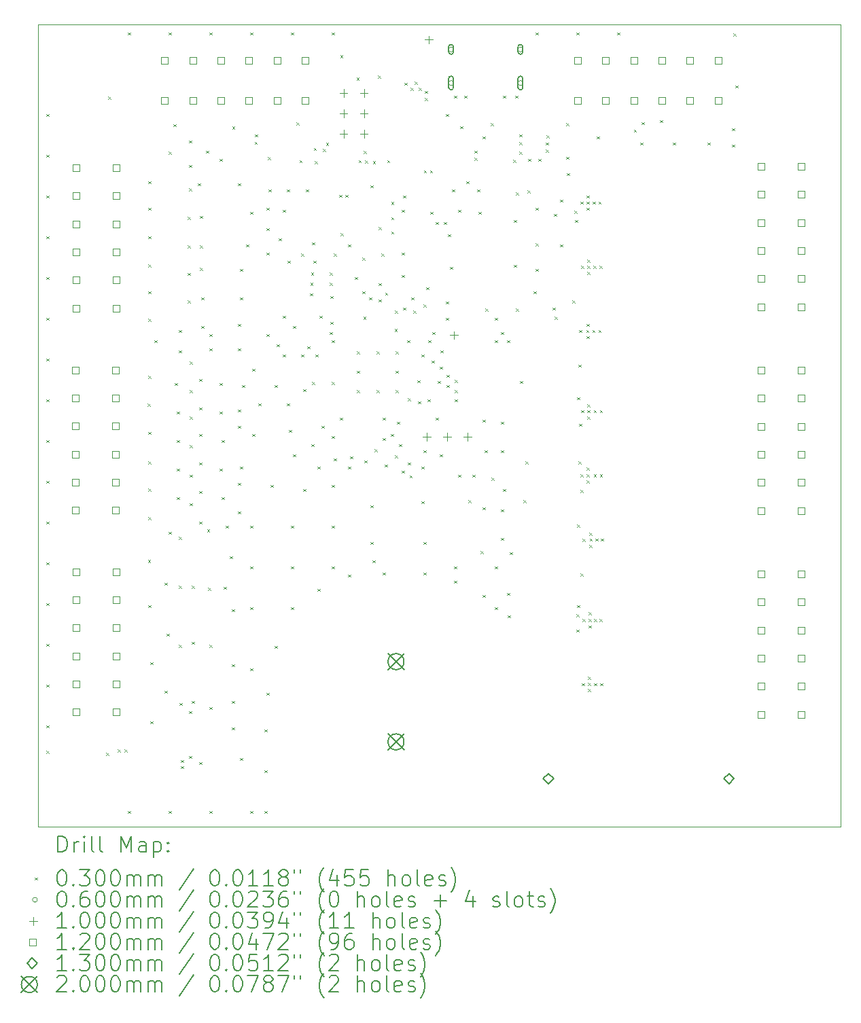
<source format=gbr>
%TF.GenerationSoftware,KiCad,Pcbnew,6.0.11+dfsg-1*%
%TF.CreationDate,2024-10-04T13:58:06+02:00*%
%TF.ProjectId,IO_16_8_1,494f5f31-365f-4385-9f31-2e6b69636164,1.1.0*%
%TF.SameCoordinates,PX47868c0PY848f8c0*%
%TF.FileFunction,Drillmap*%
%TF.FilePolarity,Positive*%
%FSLAX45Y45*%
G04 Gerber Fmt 4.5, Leading zero omitted, Abs format (unit mm)*
G04 Created by KiCad (PCBNEW 6.0.11+dfsg-1) date 2024-10-04 13:58:06*
%MOMM*%
%LPD*%
G01*
G04 APERTURE LIST*
%ADD10C,0.100000*%
%ADD11C,0.200000*%
%ADD12C,0.030000*%
%ADD13C,0.060000*%
%ADD14C,0.120000*%
%ADD15C,0.130000*%
G04 APERTURE END LIST*
D10*
X0Y10000000D02*
X10000000Y10000000D01*
X10000000Y10000000D02*
X10000000Y0D01*
X10000000Y0D02*
X0Y0D01*
X0Y0D02*
X0Y10000000D01*
D11*
D12*
X105000Y8885800D02*
X135000Y8855800D01*
X135000Y8885800D02*
X105000Y8855800D01*
X105000Y8377800D02*
X135000Y8347800D01*
X135000Y8377800D02*
X105000Y8347800D01*
X105000Y7869800D02*
X135000Y7839800D01*
X135000Y7869800D02*
X105000Y7839800D01*
X105000Y7361800D02*
X135000Y7331800D01*
X135000Y7361800D02*
X105000Y7331800D01*
X105000Y6853800D02*
X135000Y6823800D01*
X135000Y6853800D02*
X105000Y6823800D01*
X105000Y6345800D02*
X135000Y6315800D01*
X135000Y6345800D02*
X105000Y6315800D01*
X105000Y5837800D02*
X135000Y5807800D01*
X135000Y5837800D02*
X105000Y5807800D01*
X105000Y5329800D02*
X135000Y5299800D01*
X135000Y5329800D02*
X105000Y5299800D01*
X105000Y4821800D02*
X135000Y4791800D01*
X135000Y4821800D02*
X105000Y4791800D01*
X105000Y4313800D02*
X135000Y4283800D01*
X135000Y4313800D02*
X105000Y4283800D01*
X105000Y3805800D02*
X135000Y3775800D01*
X135000Y3805800D02*
X105000Y3775800D01*
X105000Y3297800D02*
X135000Y3267800D01*
X135000Y3297800D02*
X105000Y3267800D01*
X105000Y2789800D02*
X135000Y2759800D01*
X135000Y2789800D02*
X105000Y2759800D01*
X105000Y2281800D02*
X135000Y2251800D01*
X135000Y2281800D02*
X105000Y2251800D01*
X105000Y1773800D02*
X135000Y1743800D01*
X135000Y1773800D02*
X105000Y1743800D01*
X105000Y1265800D02*
X135000Y1235800D01*
X135000Y1265800D02*
X105000Y1235800D01*
X105000Y948300D02*
X135000Y918300D01*
X135000Y948300D02*
X105000Y918300D01*
X854300Y922900D02*
X884300Y892900D01*
X884300Y922900D02*
X854300Y892900D01*
X879700Y9101700D02*
X909700Y9071700D01*
X909700Y9101700D02*
X879700Y9071700D01*
X997600Y964600D02*
X1027600Y934600D01*
X1027600Y964600D02*
X997600Y934600D01*
X1082900Y964600D02*
X1112900Y934600D01*
X1112900Y964600D02*
X1082900Y934600D01*
X1121000Y9901800D02*
X1151000Y9871800D01*
X1151000Y9901800D02*
X1121000Y9871800D01*
X1121000Y199000D02*
X1151000Y169000D01*
X1151000Y199000D02*
X1121000Y169000D01*
X1368800Y5272800D02*
X1398800Y5242800D01*
X1398800Y5272800D02*
X1368800Y5242800D01*
X1371000Y3326800D02*
X1401000Y3296800D01*
X1401000Y3326800D02*
X1371000Y3296800D01*
X1375000Y8047600D02*
X1405000Y8017600D01*
X1405000Y8047600D02*
X1375000Y8017600D01*
X1375000Y7717400D02*
X1405000Y7687400D01*
X1405000Y7717400D02*
X1375000Y7687400D01*
X1375000Y7361800D02*
X1405000Y7331800D01*
X1405000Y7361800D02*
X1375000Y7331800D01*
X1375000Y6676000D02*
X1405000Y6646000D01*
X1405000Y6676000D02*
X1375000Y6646000D01*
X1375000Y6333100D02*
X1405000Y6303100D01*
X1405000Y6333100D02*
X1375000Y6303100D01*
X1375000Y5621900D02*
X1405000Y5591900D01*
X1405000Y5621900D02*
X1375000Y5591900D01*
X1375000Y4923400D02*
X1405000Y4893400D01*
X1405000Y4923400D02*
X1375000Y4893400D01*
X1375000Y2764400D02*
X1405000Y2734400D01*
X1405000Y2764400D02*
X1375000Y2734400D01*
X1376700Y4556800D02*
X1406700Y4526800D01*
X1406700Y4556800D02*
X1376700Y4526800D01*
X1378600Y7009800D02*
X1408600Y6979800D01*
X1408600Y7009800D02*
X1378600Y6979800D01*
X1378600Y4215800D02*
X1408600Y4185800D01*
X1408600Y4215800D02*
X1378600Y4185800D01*
X1378600Y3860200D02*
X1408600Y3830200D01*
X1408600Y3860200D02*
X1378600Y3830200D01*
X1400400Y2053200D02*
X1430400Y2023200D01*
X1430400Y2053200D02*
X1400400Y2023200D01*
X1400400Y1316600D02*
X1430400Y1286600D01*
X1430400Y1316600D02*
X1400400Y1286600D01*
X1451200Y6066400D02*
X1481200Y6036400D01*
X1481200Y6066400D02*
X1451200Y6036400D01*
X1578200Y3043800D02*
X1608200Y3013800D01*
X1608200Y3043800D02*
X1578200Y3013800D01*
X1578200Y1697600D02*
X1608200Y1667600D01*
X1608200Y1697600D02*
X1578200Y1667600D01*
X1603600Y2408800D02*
X1633600Y2378800D01*
X1633600Y2408800D02*
X1603600Y2378800D01*
X1629000Y9901800D02*
X1659000Y9871800D01*
X1659000Y9901800D02*
X1629000Y9871800D01*
X1629000Y8415900D02*
X1659000Y8385900D01*
X1659000Y8415900D02*
X1629000Y8385900D01*
X1629000Y3678800D02*
X1659000Y3648800D01*
X1659000Y3678800D02*
X1629000Y3648800D01*
X1629000Y199000D02*
X1659000Y169000D01*
X1659000Y199000D02*
X1629000Y169000D01*
X1692500Y8758800D02*
X1722500Y8728800D01*
X1722500Y8758800D02*
X1692500Y8728800D01*
X1705200Y5533000D02*
X1735200Y5503000D01*
X1735200Y5533000D02*
X1705200Y5503000D01*
X1730600Y5177400D02*
X1760600Y5147400D01*
X1760600Y5177400D02*
X1730600Y5147400D01*
X1730600Y4821800D02*
X1760600Y4791800D01*
X1760600Y4821800D02*
X1730600Y4791800D01*
X1730600Y4466200D02*
X1760600Y4436200D01*
X1760600Y4466200D02*
X1730600Y4436200D01*
X1730600Y4110600D02*
X1760600Y4080600D01*
X1760600Y4110600D02*
X1730600Y4080600D01*
X1756000Y6193400D02*
X1786000Y6163400D01*
X1786000Y6193400D02*
X1756000Y6163400D01*
X1756000Y5939400D02*
X1786000Y5909400D01*
X1786000Y5939400D02*
X1756000Y5909400D01*
X1756000Y3615300D02*
X1786000Y3585300D01*
X1786000Y3615300D02*
X1756000Y3585300D01*
X1756000Y3005700D02*
X1786000Y2975700D01*
X1786000Y3005700D02*
X1756000Y2975700D01*
X1756000Y2269100D02*
X1786000Y2239100D01*
X1786000Y2269100D02*
X1756000Y2239100D01*
X1768700Y1545200D02*
X1798700Y1515200D01*
X1798700Y1545200D02*
X1768700Y1515200D01*
X1781400Y834000D02*
X1811400Y804000D01*
X1811400Y834000D02*
X1781400Y804000D01*
X1781400Y757800D02*
X1811400Y727800D01*
X1811400Y757800D02*
X1781400Y727800D01*
X1870300Y7603100D02*
X1900300Y7573100D01*
X1900300Y7603100D02*
X1870300Y7573100D01*
X1870300Y7247500D02*
X1900300Y7217500D01*
X1900300Y7247500D02*
X1870300Y7217500D01*
X1870300Y6904600D02*
X1900300Y6874600D01*
X1900300Y6904600D02*
X1870300Y6874600D01*
X1870300Y6561700D02*
X1900300Y6531700D01*
X1900300Y6561700D02*
X1870300Y6531700D01*
X1883000Y8555600D02*
X1913000Y8525600D01*
X1913000Y8555600D02*
X1883000Y8525600D01*
X1883000Y8250800D02*
X1913000Y8220800D01*
X1913000Y8250800D02*
X1883000Y8220800D01*
X1883000Y7958700D02*
X1913000Y7928700D01*
X1913000Y7958700D02*
X1883000Y7928700D01*
X1883000Y1443600D02*
X1913000Y1413600D01*
X1913000Y1443600D02*
X1883000Y1413600D01*
X1883000Y884800D02*
X1913000Y854800D01*
X1913000Y884800D02*
X1883000Y854800D01*
X1895700Y5799700D02*
X1925700Y5769700D01*
X1925700Y5799700D02*
X1895700Y5769700D01*
X1895700Y5444100D02*
X1925700Y5414100D01*
X1925700Y5444100D02*
X1895700Y5414100D01*
X1895700Y5113900D02*
X1925700Y5083900D01*
X1925700Y5113900D02*
X1895700Y5083900D01*
X1895700Y4758300D02*
X1925700Y4728300D01*
X1925700Y4758300D02*
X1895700Y4728300D01*
X1895700Y4390000D02*
X1925700Y4360000D01*
X1925700Y4390000D02*
X1895700Y4360000D01*
X1895700Y4034400D02*
X1925700Y4004400D01*
X1925700Y4034400D02*
X1895700Y4004400D01*
X1921100Y3005700D02*
X1951100Y2975700D01*
X1951100Y3005700D02*
X1921100Y2975700D01*
X1921100Y2307200D02*
X1951100Y2277200D01*
X1951100Y2307200D02*
X1921100Y2277200D01*
X1921100Y1570600D02*
X1951100Y1540600D01*
X1951100Y1570600D02*
X1921100Y1540600D01*
X1997300Y8022200D02*
X2027300Y7992200D01*
X2027300Y8022200D02*
X1997300Y7992200D01*
X2010000Y5583800D02*
X2040000Y5553800D01*
X2040000Y5583800D02*
X2010000Y5553800D01*
X2010000Y5228200D02*
X2040000Y5198200D01*
X2040000Y5228200D02*
X2010000Y5198200D01*
X2010000Y4898000D02*
X2040000Y4868000D01*
X2040000Y4898000D02*
X2010000Y4868000D01*
X2010000Y4542400D02*
X2040000Y4512400D01*
X2040000Y4542400D02*
X2010000Y4512400D01*
X2010000Y4186800D02*
X2040000Y4156800D01*
X2040000Y4186800D02*
X2010000Y4156800D01*
X2010000Y3805800D02*
X2040000Y3775800D01*
X2040000Y3805800D02*
X2010000Y3775800D01*
X2010000Y808600D02*
X2040000Y778600D01*
X2040000Y808600D02*
X2010000Y778600D01*
X2022700Y7615800D02*
X2052700Y7585800D01*
X2052700Y7615800D02*
X2022700Y7585800D01*
X2022700Y7247500D02*
X2052700Y7217500D01*
X2052700Y7247500D02*
X2022700Y7217500D01*
X2022700Y6968100D02*
X2052700Y6938100D01*
X2052700Y6968100D02*
X2022700Y6938100D01*
X2035400Y6599800D02*
X2065400Y6569800D01*
X2065400Y6599800D02*
X2035400Y6569800D01*
X2035400Y6244200D02*
X2065400Y6214200D01*
X2065400Y6244200D02*
X2035400Y6214200D01*
X2098900Y8428600D02*
X2128900Y8398600D01*
X2128900Y8428600D02*
X2098900Y8398600D01*
X2107600Y3707800D02*
X2137600Y3677800D01*
X2137600Y3707800D02*
X2107600Y3677800D01*
X2124300Y2980300D02*
X2154300Y2950300D01*
X2154300Y2980300D02*
X2124300Y2950300D01*
X2137000Y9901800D02*
X2167000Y9871800D01*
X2167000Y9901800D02*
X2137000Y9871800D01*
X2137000Y6142600D02*
X2167000Y6112600D01*
X2167000Y6142600D02*
X2137000Y6112600D01*
X2137000Y5964800D02*
X2167000Y5934800D01*
X2167000Y5964800D02*
X2137000Y5934800D01*
X2137000Y2269100D02*
X2167000Y2239100D01*
X2167000Y2269100D02*
X2137000Y2239100D01*
X2137000Y1494400D02*
X2167000Y1464400D01*
X2167000Y1494400D02*
X2137000Y1464400D01*
X2137000Y199000D02*
X2167000Y169000D01*
X2167000Y199000D02*
X2137000Y169000D01*
X2264000Y8327000D02*
X2294000Y8297000D01*
X2294000Y8327000D02*
X2264000Y8297000D01*
X2264000Y5533000D02*
X2294000Y5503000D01*
X2294000Y5533000D02*
X2264000Y5503000D01*
X2264000Y5177400D02*
X2294000Y5147400D01*
X2294000Y5177400D02*
X2264000Y5147400D01*
X2264000Y4466200D02*
X2294000Y4436200D01*
X2294000Y4466200D02*
X2264000Y4436200D01*
X2289400Y4821800D02*
X2319400Y4791800D01*
X2319400Y4821800D02*
X2289400Y4791800D01*
X2289400Y4110600D02*
X2319400Y4080600D01*
X2319400Y4110600D02*
X2289400Y4080600D01*
X2314800Y2993000D02*
X2344800Y2963000D01*
X2344800Y2993000D02*
X2314800Y2963000D01*
X2340200Y3755000D02*
X2370200Y3725000D01*
X2370200Y3755000D02*
X2340200Y3725000D01*
X2391000Y3374000D02*
X2421000Y3344000D01*
X2421000Y3374000D02*
X2391000Y3344000D01*
X2416400Y2713600D02*
X2446400Y2683600D01*
X2446400Y2713600D02*
X2416400Y2683600D01*
X2416400Y2027800D02*
X2446400Y1997800D01*
X2446400Y2027800D02*
X2416400Y1997800D01*
X2416400Y1570600D02*
X2446400Y1540600D01*
X2446400Y1570600D02*
X2416400Y1540600D01*
X2416400Y1240400D02*
X2446400Y1210400D01*
X2446400Y1240400D02*
X2416400Y1210400D01*
X2423400Y8727200D02*
X2453400Y8697200D01*
X2453400Y8727200D02*
X2423400Y8697200D01*
X2492600Y8022200D02*
X2522600Y7992200D01*
X2522600Y8022200D02*
X2492600Y7992200D01*
X2492600Y6269600D02*
X2522600Y6239600D01*
X2522600Y6269600D02*
X2492600Y6239600D01*
X2492600Y5964800D02*
X2522600Y5934800D01*
X2522600Y5964800D02*
X2492600Y5934800D01*
X2492600Y5202800D02*
X2522600Y5172800D01*
X2522600Y5202800D02*
X2492600Y5172800D01*
X2492600Y4999600D02*
X2522600Y4969600D01*
X2522600Y4999600D02*
X2492600Y4969600D01*
X2492600Y4288400D02*
X2522600Y4258400D01*
X2522600Y4288400D02*
X2492600Y4258400D01*
X2492600Y3932800D02*
X2522600Y3902800D01*
X2522600Y3932800D02*
X2492600Y3902800D01*
X2518000Y6955400D02*
X2548000Y6925400D01*
X2548000Y6955400D02*
X2518000Y6925400D01*
X2518000Y6599800D02*
X2548000Y6569800D01*
X2548000Y6599800D02*
X2518000Y6569800D01*
X2518000Y4491600D02*
X2548000Y4461600D01*
X2548000Y4491600D02*
X2518000Y4461600D01*
X2518000Y859400D02*
X2548000Y829400D01*
X2548000Y859400D02*
X2518000Y829400D01*
X2543400Y5507600D02*
X2573400Y5477600D01*
X2573400Y5507600D02*
X2543400Y5477600D01*
X2594200Y7260200D02*
X2624200Y7230200D01*
X2624200Y7260200D02*
X2594200Y7230200D01*
X2645000Y9901800D02*
X2675000Y9871800D01*
X2675000Y9901800D02*
X2645000Y9871800D01*
X2645000Y7666600D02*
X2675000Y7636600D01*
X2675000Y7666600D02*
X2645000Y7636600D01*
X2645000Y3755000D02*
X2675000Y3725000D01*
X2675000Y3755000D02*
X2645000Y3725000D01*
X2645000Y3247000D02*
X2675000Y3217000D01*
X2675000Y3247000D02*
X2645000Y3217000D01*
X2645000Y2739000D02*
X2675000Y2709000D01*
X2675000Y2739000D02*
X2645000Y2709000D01*
X2645000Y1977000D02*
X2675000Y1947000D01*
X2675000Y1977000D02*
X2645000Y1947000D01*
X2645000Y199000D02*
X2675000Y169000D01*
X2675000Y199000D02*
X2645000Y169000D01*
X2670400Y5710800D02*
X2700400Y5680800D01*
X2700400Y5710800D02*
X2670400Y5680800D01*
X2670400Y4898000D02*
X2700400Y4868000D01*
X2700400Y4898000D02*
X2670400Y4868000D01*
X2702800Y8536700D02*
X2732800Y8506700D01*
X2732800Y8536700D02*
X2702800Y8506700D01*
X2708500Y8631800D02*
X2738500Y8601800D01*
X2738500Y8631800D02*
X2708500Y8601800D01*
X2746600Y5279000D02*
X2776600Y5249000D01*
X2776600Y5279000D02*
X2746600Y5249000D01*
X2822800Y1215000D02*
X2852800Y1185000D01*
X2852800Y1215000D02*
X2822800Y1185000D01*
X2822800Y707000D02*
X2852800Y677000D01*
X2852800Y707000D02*
X2822800Y677000D01*
X2822800Y199000D02*
X2852800Y169000D01*
X2852800Y199000D02*
X2822800Y169000D01*
X2848200Y7717400D02*
X2878200Y7687400D01*
X2878200Y7717400D02*
X2848200Y7687400D01*
X2848200Y7463400D02*
X2878200Y7433400D01*
X2878200Y7463400D02*
X2848200Y7433400D01*
X2848200Y7158600D02*
X2878200Y7128600D01*
X2878200Y7158600D02*
X2848200Y7128600D01*
X2848200Y6142600D02*
X2878200Y6112600D01*
X2878200Y6142600D02*
X2848200Y6112600D01*
X2848200Y1672200D02*
X2878200Y1642200D01*
X2878200Y1672200D02*
X2848200Y1642200D01*
X2867900Y8346200D02*
X2897900Y8316200D01*
X2897900Y8346200D02*
X2867900Y8316200D01*
X2873600Y7946000D02*
X2903600Y7916000D01*
X2903600Y7946000D02*
X2873600Y7916000D01*
X2899000Y4263000D02*
X2929000Y4233000D01*
X2929000Y4263000D02*
X2899000Y4233000D01*
X2949800Y5507600D02*
X2979800Y5477600D01*
X2979800Y5507600D02*
X2949800Y5477600D01*
X2949800Y2256400D02*
X2979800Y2226400D01*
X2979800Y2256400D02*
X2949800Y2226400D01*
X2975200Y6015600D02*
X3005200Y5985600D01*
X3005200Y6015600D02*
X2975200Y5985600D01*
X3000600Y7336400D02*
X3030600Y7306400D01*
X3030600Y7336400D02*
X3000600Y7306400D01*
X3051400Y7692000D02*
X3081400Y7662000D01*
X3081400Y7692000D02*
X3051400Y7662000D01*
X3051400Y6371200D02*
X3081400Y6341200D01*
X3081400Y6371200D02*
X3051400Y6341200D01*
X3051400Y5888600D02*
X3081400Y5858600D01*
X3081400Y5888600D02*
X3051400Y5858600D01*
X3102200Y7946000D02*
X3132200Y7916000D01*
X3132200Y7946000D02*
X3102200Y7916000D01*
X3102200Y5279000D02*
X3132200Y5249000D01*
X3132200Y5279000D02*
X3102200Y5249000D01*
X3114900Y7057000D02*
X3144900Y7027000D01*
X3144900Y7057000D02*
X3114900Y7027000D01*
X3127600Y4948800D02*
X3157600Y4918800D01*
X3157600Y4948800D02*
X3127600Y4918800D01*
X3153000Y9901800D02*
X3183000Y9871800D01*
X3183000Y9901800D02*
X3153000Y9871800D01*
X3153000Y3755000D02*
X3183000Y3725000D01*
X3183000Y3755000D02*
X3153000Y3725000D01*
X3153000Y3247000D02*
X3183000Y3217000D01*
X3183000Y3247000D02*
X3153000Y3217000D01*
X3153000Y2739000D02*
X3183000Y2709000D01*
X3183000Y2739000D02*
X3153000Y2709000D01*
X3178400Y6244200D02*
X3208400Y6214200D01*
X3208400Y6244200D02*
X3178400Y6214200D01*
X3178400Y4644000D02*
X3208400Y4614000D01*
X3208400Y4644000D02*
X3178400Y4614000D01*
X3223500Y8778000D02*
X3253500Y8748000D01*
X3253500Y8778000D02*
X3223500Y8748000D01*
X3261600Y8308100D02*
X3291600Y8278100D01*
X3291600Y8308100D02*
X3261600Y8278100D01*
X3280000Y7145900D02*
X3310000Y7115900D01*
X3310000Y7145900D02*
X3280000Y7115900D01*
X3280000Y5888600D02*
X3310000Y5858600D01*
X3310000Y5888600D02*
X3280000Y5858600D01*
X3305400Y5456800D02*
X3335400Y5426800D01*
X3335400Y5456800D02*
X3305400Y5426800D01*
X3305400Y4212200D02*
X3335400Y4182200D01*
X3335400Y4212200D02*
X3305400Y4182200D01*
X3343500Y7946000D02*
X3373500Y7916000D01*
X3373500Y7946000D02*
X3343500Y7916000D01*
X3356200Y5990200D02*
X3386200Y5960200D01*
X3386200Y5990200D02*
X3356200Y5960200D01*
X3394300Y6650600D02*
X3424300Y6620600D01*
X3424300Y6650600D02*
X3394300Y6620600D01*
X3397400Y6780700D02*
X3427400Y6750700D01*
X3427400Y6780700D02*
X3397400Y6750700D01*
X3403900Y6907700D02*
X3433900Y6877700D01*
X3433900Y6907700D02*
X3403900Y6877700D01*
X3407000Y4771000D02*
X3437000Y4741000D01*
X3437000Y4771000D02*
X3407000Y4741000D01*
X3419700Y7285600D02*
X3449700Y7255600D01*
X3449700Y7285600D02*
X3419700Y7255600D01*
X3419700Y5545700D02*
X3449700Y5515700D01*
X3449700Y5545700D02*
X3419700Y5515700D01*
X3432400Y7057000D02*
X3462400Y7027000D01*
X3462400Y7057000D02*
X3432400Y7027000D01*
X3439400Y8460500D02*
X3469400Y8430500D01*
X3469400Y8460500D02*
X3439400Y8430500D01*
X3452100Y8295400D02*
X3482100Y8265400D01*
X3482100Y8295400D02*
X3452100Y8265400D01*
X3457800Y5888600D02*
X3487800Y5858600D01*
X3487800Y5888600D02*
X3457800Y5858600D01*
X3483200Y4491600D02*
X3513200Y4461600D01*
X3513200Y4491600D02*
X3483200Y4461600D01*
X3483200Y2967600D02*
X3513200Y2937600D01*
X3513200Y2967600D02*
X3483200Y2937600D01*
X3508600Y6371200D02*
X3538600Y6341200D01*
X3538600Y6371200D02*
X3508600Y6341200D01*
X3534000Y4999600D02*
X3564000Y4969600D01*
X3564000Y4999600D02*
X3534000Y4969600D01*
X3553700Y8447800D02*
X3583700Y8417800D01*
X3583700Y8447800D02*
X3553700Y8417800D01*
X3591800Y8524000D02*
X3621800Y8494000D01*
X3621800Y8524000D02*
X3591800Y8494000D01*
X3635600Y6907700D02*
X3665600Y6877700D01*
X3665600Y6907700D02*
X3635600Y6877700D01*
X3635600Y6780700D02*
X3665600Y6750700D01*
X3665600Y6780700D02*
X3635600Y6750700D01*
X3635600Y6168000D02*
X3665600Y6138000D01*
X3665600Y6168000D02*
X3635600Y6138000D01*
X3645900Y6614900D02*
X3675900Y6584900D01*
X3675900Y6614900D02*
X3645900Y6584900D01*
X3648300Y6295000D02*
X3678300Y6265000D01*
X3678300Y6295000D02*
X3648300Y6265000D01*
X3661000Y9901800D02*
X3691000Y9871800D01*
X3691000Y9901800D02*
X3661000Y9871800D01*
X3661000Y6066400D02*
X3691000Y6036400D01*
X3691000Y6066400D02*
X3661000Y6036400D01*
X3661000Y5545700D02*
X3691000Y5515700D01*
X3691000Y5545700D02*
X3661000Y5515700D01*
X3661000Y4872600D02*
X3691000Y4842600D01*
X3691000Y4872600D02*
X3661000Y4842600D01*
X3661000Y4263000D02*
X3691000Y4233000D01*
X3691000Y4263000D02*
X3661000Y4233000D01*
X3661000Y3755000D02*
X3691000Y3725000D01*
X3691000Y3755000D02*
X3661000Y3725000D01*
X3661000Y3247000D02*
X3691000Y3217000D01*
X3691000Y3247000D02*
X3661000Y3217000D01*
X3686400Y7145900D02*
X3716400Y7115900D01*
X3716400Y7145900D02*
X3686400Y7115900D01*
X3686400Y4593200D02*
X3716400Y4563200D01*
X3716400Y4593200D02*
X3686400Y4563200D01*
X3756900Y7876300D02*
X3786900Y7846300D01*
X3786900Y7876300D02*
X3756900Y7846300D01*
X3762600Y5101200D02*
X3792600Y5071200D01*
X3792600Y5101200D02*
X3762600Y5071200D01*
X3769600Y9616200D02*
X3799600Y9586200D01*
X3799600Y9616200D02*
X3769600Y9586200D01*
X3775300Y7399900D02*
X3805300Y7369900D01*
X3805300Y7399900D02*
X3775300Y7369900D01*
X3833100Y7876300D02*
X3863100Y7846300D01*
X3863100Y7876300D02*
X3833100Y7846300D01*
X3864200Y7260200D02*
X3894200Y7230200D01*
X3894200Y7260200D02*
X3864200Y7230200D01*
X3864200Y4491600D02*
X3894200Y4461600D01*
X3894200Y4491600D02*
X3864200Y4461600D01*
X3864200Y3145400D02*
X3894200Y3115400D01*
X3894200Y3145400D02*
X3864200Y3115400D01*
X3889600Y4618600D02*
X3919600Y4588600D01*
X3919600Y4618600D02*
X3889600Y4588600D01*
X3953100Y6853800D02*
X3983100Y6823800D01*
X3983100Y6853800D02*
X3953100Y6823800D01*
X3972800Y9336800D02*
X4002800Y9306800D01*
X4002800Y9336800D02*
X3972800Y9306800D01*
X3978500Y5926700D02*
X4008500Y5896700D01*
X4008500Y5926700D02*
X3978500Y5896700D01*
X3978500Y5685400D02*
X4008500Y5655400D01*
X4008500Y5685400D02*
X3978500Y5655400D01*
X3978500Y5444100D02*
X4008500Y5414100D01*
X4008500Y5444100D02*
X3978500Y5414100D01*
X3998200Y8308100D02*
X4028200Y8278100D01*
X4028200Y8308100D02*
X3998200Y8278100D01*
X4042000Y7095100D02*
X4072000Y7065100D01*
X4072000Y7095100D02*
X4042000Y7065100D01*
X4042000Y6676000D02*
X4072000Y6646000D01*
X4072000Y6676000D02*
X4042000Y6646000D01*
X4056450Y6360250D02*
X4086450Y6330250D01*
X4086450Y6360250D02*
X4056450Y6330250D01*
X4061700Y8422400D02*
X4091700Y8392400D01*
X4091700Y8422400D02*
X4061700Y8392400D01*
X4067400Y4567800D02*
X4097400Y4537800D01*
X4097400Y4567800D02*
X4067400Y4537800D01*
X4078276Y8304224D02*
X4108276Y8274224D01*
X4108276Y8304224D02*
X4078276Y8274224D01*
X4130900Y6599800D02*
X4160900Y6569800D01*
X4160900Y6599800D02*
X4130900Y6569800D01*
X4143600Y7996800D02*
X4173600Y7966800D01*
X4173600Y7996800D02*
X4143600Y7966800D01*
X4143600Y4009000D02*
X4173600Y3979000D01*
X4173600Y4009000D02*
X4143600Y3979000D01*
X4143600Y3551800D02*
X4173600Y3521800D01*
X4173600Y3551800D02*
X4143600Y3521800D01*
X4169000Y3323200D02*
X4199000Y3293200D01*
X4199000Y3323200D02*
X4169000Y3293200D01*
X4176000Y8295400D02*
X4206000Y8265400D01*
X4206000Y8295400D02*
X4176000Y8265400D01*
X4194400Y4707500D02*
X4224400Y4677500D01*
X4224400Y4707500D02*
X4194400Y4677500D01*
X4219800Y5926700D02*
X4249800Y5896700D01*
X4249800Y5926700D02*
X4219800Y5896700D01*
X4219800Y5444100D02*
X4249800Y5414100D01*
X4249800Y5444100D02*
X4219800Y5414100D01*
X4239500Y9362200D02*
X4269500Y9332200D01*
X4269500Y9362200D02*
X4239500Y9332200D01*
X4245200Y7476100D02*
X4275200Y7446100D01*
X4275200Y7476100D02*
X4245200Y7446100D01*
X4245200Y6777600D02*
X4275200Y6747600D01*
X4275200Y6777600D02*
X4245200Y6747600D01*
X4245200Y6574400D02*
X4275200Y6544400D01*
X4275200Y6574400D02*
X4245200Y6544400D01*
X4283300Y7145900D02*
X4313300Y7115900D01*
X4313300Y7145900D02*
X4283300Y7115900D01*
X4296000Y5101200D02*
X4326000Y5071200D01*
X4326000Y5101200D02*
X4296000Y5071200D01*
X4296000Y4847200D02*
X4326000Y4817200D01*
X4326000Y4847200D02*
X4296000Y4817200D01*
X4296000Y3170800D02*
X4326000Y3140800D01*
X4326000Y3170800D02*
X4296000Y3140800D01*
X4321400Y4517000D02*
X4351400Y4487000D01*
X4351400Y4517000D02*
X4321400Y4487000D01*
X4327750Y6656950D02*
X4357750Y6626950D01*
X4357750Y6656950D02*
X4327750Y6626950D01*
X4353800Y8308100D02*
X4383800Y8278100D01*
X4383800Y8308100D02*
X4353800Y8278100D01*
X4397600Y4898000D02*
X4427600Y4868000D01*
X4427600Y4898000D02*
X4397600Y4868000D01*
X4403950Y7787250D02*
X4433950Y7757250D01*
X4433950Y7787250D02*
X4403950Y7757250D01*
X4403950Y7596750D02*
X4433950Y7566750D01*
X4433950Y7596750D02*
X4403950Y7566750D01*
X4403950Y7418950D02*
X4433950Y7388950D01*
X4433950Y7418950D02*
X4403950Y7388950D01*
X4447400Y6205100D02*
X4477400Y6175100D01*
X4477400Y6205100D02*
X4447400Y6175100D01*
X4448400Y6434700D02*
X4478400Y6404700D01*
X4478400Y6434700D02*
X4448400Y6404700D01*
X4448400Y4631300D02*
X4478400Y4601300D01*
X4478400Y4631300D02*
X4448400Y4601300D01*
X4461100Y5926700D02*
X4491100Y5896700D01*
X4491100Y5926700D02*
X4461100Y5896700D01*
X4461100Y5685400D02*
X4491100Y5655400D01*
X4491100Y5685400D02*
X4461100Y5655400D01*
X4461100Y5444100D02*
X4491100Y5414100D01*
X4491100Y5444100D02*
X4461100Y5414100D01*
X4473800Y5050400D02*
X4503800Y5020400D01*
X4503800Y5050400D02*
X4473800Y5020400D01*
X4499200Y4771000D02*
X4529200Y4741000D01*
X4529200Y4771000D02*
X4499200Y4741000D01*
X4537300Y7692000D02*
X4567300Y7662000D01*
X4567300Y7692000D02*
X4537300Y7662000D01*
X4537300Y7158600D02*
X4567300Y7128600D01*
X4567300Y7158600D02*
X4537300Y7128600D01*
X4537300Y6879200D02*
X4567300Y6849200D01*
X4567300Y6879200D02*
X4537300Y6849200D01*
X4537300Y4440800D02*
X4567300Y4410800D01*
X4567300Y4440800D02*
X4537300Y4410800D01*
X4550000Y7869800D02*
X4580000Y7839800D01*
X4580000Y7869800D02*
X4550000Y7839800D01*
X4550000Y6472800D02*
X4580000Y6442800D01*
X4580000Y6472800D02*
X4550000Y6442800D01*
X4569700Y9273300D02*
X4599700Y9243300D01*
X4599700Y9273300D02*
X4569700Y9243300D01*
X4600800Y6066400D02*
X4630800Y6036400D01*
X4630800Y6066400D02*
X4600800Y6036400D01*
X4613500Y5342500D02*
X4643500Y5312500D01*
X4643500Y5342500D02*
X4613500Y5312500D01*
X4613500Y4542400D02*
X4643500Y4512400D01*
X4643500Y4542400D02*
X4613500Y4512400D01*
X4633500Y4379600D02*
X4663500Y4349600D01*
X4663500Y4379600D02*
X4633500Y4349600D01*
X4645900Y9209800D02*
X4675900Y9179800D01*
X4675900Y9209800D02*
X4645900Y9179800D01*
X4651600Y6599800D02*
X4681600Y6569800D01*
X4681600Y6599800D02*
X4651600Y6569800D01*
X4677000Y6434700D02*
X4707000Y6404700D01*
X4707000Y6434700D02*
X4677000Y6404700D01*
X4696700Y9286000D02*
X4726700Y9256000D01*
X4726700Y9286000D02*
X4696700Y9256000D01*
X4727800Y5566500D02*
X4757800Y5536500D01*
X4757800Y5566500D02*
X4727800Y5536500D01*
X4740500Y5304400D02*
X4770500Y5274400D01*
X4770500Y5304400D02*
X4740500Y5274400D01*
X4747500Y9209800D02*
X4777500Y9179800D01*
X4777500Y9209800D02*
X4747500Y9179800D01*
X4778600Y5888600D02*
X4808600Y5858600D01*
X4808600Y5888600D02*
X4778600Y5858600D01*
X4778600Y4491600D02*
X4808600Y4461600D01*
X4808600Y4491600D02*
X4778600Y4461600D01*
X4778600Y4059800D02*
X4808600Y4029800D01*
X4808600Y4059800D02*
X4778600Y4029800D01*
X4804000Y6510900D02*
X4834000Y6480900D01*
X4834000Y6510900D02*
X4804000Y6480900D01*
X4804000Y4694800D02*
X4834000Y4664800D01*
X4834000Y4694800D02*
X4804000Y4664800D01*
X4804000Y3551800D02*
X4834000Y3521800D01*
X4834000Y3551800D02*
X4804000Y3521800D01*
X4804000Y3170800D02*
X4834000Y3140800D01*
X4834000Y3170800D02*
X4804000Y3140800D01*
X4811000Y8181100D02*
X4841000Y8151100D01*
X4841000Y8181100D02*
X4811000Y8151100D01*
X4823700Y9171700D02*
X4853700Y9141700D01*
X4853700Y9171700D02*
X4823700Y9141700D01*
X4823700Y9082800D02*
X4853700Y9052800D01*
X4853700Y9082800D02*
X4823700Y9052800D01*
X4842100Y6726800D02*
X4872100Y6696800D01*
X4872100Y6726800D02*
X4842100Y6696800D01*
X4854800Y5329800D02*
X4884800Y5299800D01*
X4884800Y5329800D02*
X4854800Y5299800D01*
X4867500Y6066400D02*
X4897500Y6036400D01*
X4897500Y6066400D02*
X4867500Y6036400D01*
X4887200Y8181100D02*
X4917200Y8151100D01*
X4917200Y8181100D02*
X4887200Y8151100D01*
X4892900Y7666600D02*
X4922900Y7636600D01*
X4922900Y7666600D02*
X4892900Y7636600D01*
X4905600Y5812400D02*
X4935600Y5782400D01*
X4935600Y5812400D02*
X4905600Y5782400D01*
X4918300Y6168000D02*
X4948300Y6138000D01*
X4948300Y6168000D02*
X4918300Y6138000D01*
X4956400Y7539600D02*
X4986400Y7509600D01*
X4986400Y7539600D02*
X4956400Y7509600D01*
X4956400Y5101200D02*
X4986400Y5071200D01*
X4986400Y5101200D02*
X4956400Y5071200D01*
X4981800Y5558400D02*
X5011800Y5528400D01*
X5011800Y5558400D02*
X4981800Y5528400D01*
X5007200Y5736200D02*
X5037200Y5706200D01*
X5037200Y5736200D02*
X5007200Y5706200D01*
X5007200Y4644000D02*
X5037200Y4614000D01*
X5037200Y4644000D02*
X5007200Y4614000D01*
X5019900Y5939400D02*
X5049900Y5909400D01*
X5049900Y5939400D02*
X5019900Y5909400D01*
X5058000Y7539600D02*
X5088000Y7509600D01*
X5088000Y7539600D02*
X5058000Y7509600D01*
X5083400Y8885800D02*
X5113400Y8855800D01*
X5113400Y8885800D02*
X5083400Y8855800D01*
X5083400Y6549000D02*
X5113400Y6519000D01*
X5113400Y6549000D02*
X5083400Y6519000D01*
X5083400Y6345800D02*
X5113400Y6315800D01*
X5113400Y6345800D02*
X5083400Y6315800D01*
X5096100Y5634600D02*
X5126100Y5604600D01*
X5126100Y5634600D02*
X5096100Y5604600D01*
X5096100Y5507600D02*
X5126100Y5477600D01*
X5126100Y5507600D02*
X5096100Y5477600D01*
X5108800Y7387200D02*
X5138800Y7357200D01*
X5138800Y7387200D02*
X5108800Y7357200D01*
X5134200Y6980800D02*
X5164200Y6950800D01*
X5164200Y6980800D02*
X5134200Y6950800D01*
X5159600Y7946000D02*
X5189600Y7916000D01*
X5189600Y7946000D02*
X5159600Y7916000D01*
X5185000Y3247000D02*
X5215000Y3217000D01*
X5215000Y3247000D02*
X5185000Y3217000D01*
X5185000Y3069200D02*
X5215000Y3039200D01*
X5215000Y3069200D02*
X5185000Y3039200D01*
X5186200Y9114000D02*
X5216200Y9084000D01*
X5216200Y9114000D02*
X5186200Y9084000D01*
X5197700Y5571100D02*
X5227700Y5541100D01*
X5227700Y5571100D02*
X5197700Y5541100D01*
X5197700Y5444100D02*
X5227700Y5414100D01*
X5227700Y5444100D02*
X5197700Y5414100D01*
X5197700Y5329800D02*
X5227700Y5299800D01*
X5227700Y5329800D02*
X5197700Y5299800D01*
X5235800Y7692000D02*
X5265800Y7662000D01*
X5265800Y7692000D02*
X5235800Y7662000D01*
X5235800Y4390000D02*
X5265800Y4360000D01*
X5265800Y4390000D02*
X5235800Y4360000D01*
X5261200Y8733400D02*
X5291200Y8703400D01*
X5291200Y8733400D02*
X5261200Y8703400D01*
X5312000Y9114400D02*
X5342000Y9084400D01*
X5342000Y9114400D02*
X5312000Y9084400D01*
X5337400Y8047600D02*
X5367400Y8017600D01*
X5367400Y8047600D02*
X5337400Y8017600D01*
X5362800Y4072500D02*
X5392800Y4042500D01*
X5392800Y4072500D02*
X5362800Y4042500D01*
X5413600Y4390000D02*
X5443600Y4360000D01*
X5443600Y4390000D02*
X5413600Y4360000D01*
X5439000Y8428600D02*
X5469000Y8398600D01*
X5469000Y8428600D02*
X5439000Y8398600D01*
X5439000Y8339700D02*
X5469000Y8309700D01*
X5469000Y8339700D02*
X5439000Y8309700D01*
X5477100Y7946000D02*
X5507100Y7916000D01*
X5507100Y7946000D02*
X5477100Y7916000D01*
X5489800Y7666600D02*
X5519800Y7636600D01*
X5519800Y7666600D02*
X5489800Y7636600D01*
X5515200Y3437500D02*
X5545200Y3407500D01*
X5545200Y3437500D02*
X5515200Y3407500D01*
X5540600Y8606400D02*
X5570600Y8576400D01*
X5570600Y8606400D02*
X5540600Y8576400D01*
X5540600Y5075800D02*
X5570600Y5045800D01*
X5570600Y5075800D02*
X5540600Y5045800D01*
X5540600Y3983600D02*
X5570600Y3953600D01*
X5570600Y3983600D02*
X5540600Y3953600D01*
X5540600Y2891400D02*
X5570600Y2861400D01*
X5570600Y2891400D02*
X5540600Y2861400D01*
X5566000Y4694800D02*
X5596000Y4664800D01*
X5596000Y4694800D02*
X5566000Y4664800D01*
X5578700Y6460100D02*
X5608700Y6430100D01*
X5608700Y6460100D02*
X5578700Y6430100D01*
X5642200Y8771500D02*
X5672200Y8741500D01*
X5672200Y8771500D02*
X5642200Y8741500D01*
X5654900Y4351900D02*
X5684900Y4321900D01*
X5684900Y4351900D02*
X5654900Y4321900D01*
X5693000Y6345800D02*
X5723000Y6315800D01*
X5723000Y6345800D02*
X5693000Y6315800D01*
X5693000Y6066400D02*
X5723000Y6036400D01*
X5723000Y6066400D02*
X5693000Y6036400D01*
X5693000Y3247000D02*
X5723000Y3217000D01*
X5723000Y3247000D02*
X5693000Y3217000D01*
X5693000Y2739000D02*
X5723000Y2709000D01*
X5723000Y2739000D02*
X5693000Y2709000D01*
X5769200Y6168000D02*
X5799200Y6138000D01*
X5799200Y6168000D02*
X5769200Y6138000D01*
X5769200Y5050400D02*
X5799200Y5020400D01*
X5799200Y5050400D02*
X5769200Y5020400D01*
X5769200Y4694800D02*
X5799200Y4664800D01*
X5799200Y4694800D02*
X5769200Y4664800D01*
X5769200Y3958200D02*
X5799200Y3928200D01*
X5799200Y3958200D02*
X5769200Y3928200D01*
X5769200Y3602600D02*
X5799200Y3572600D01*
X5799200Y3602600D02*
X5769200Y3572600D01*
X5794600Y9114400D02*
X5824600Y9084400D01*
X5824600Y9114400D02*
X5794600Y9084400D01*
X5794600Y4212200D02*
X5824600Y4182200D01*
X5824600Y4212200D02*
X5794600Y4182200D01*
X5845400Y6066400D02*
X5875400Y6036400D01*
X5875400Y6066400D02*
X5845400Y6036400D01*
X5845400Y2916800D02*
X5875400Y2886800D01*
X5875400Y2916800D02*
X5845400Y2886800D01*
X5858100Y2637400D02*
X5888100Y2607400D01*
X5888100Y2637400D02*
X5858100Y2607400D01*
X5883500Y3424800D02*
X5913500Y3394800D01*
X5913500Y3424800D02*
X5883500Y3394800D01*
X5921600Y8314300D02*
X5951600Y8284300D01*
X5951600Y8314300D02*
X5921600Y8284300D01*
X5934300Y7565000D02*
X5964300Y7535000D01*
X5964300Y7565000D02*
X5934300Y7535000D01*
X5934300Y7006200D02*
X5964300Y6976200D01*
X5964300Y7006200D02*
X5934300Y6976200D01*
X5947000Y9114400D02*
X5977000Y9084400D01*
X5977000Y9114400D02*
X5947000Y9084400D01*
X5959700Y7907900D02*
X5989700Y7877900D01*
X5989700Y7907900D02*
X5959700Y7877900D01*
X5959700Y6460100D02*
X5989700Y6430100D01*
X5989700Y6460100D02*
X5959700Y6430100D01*
X5997800Y8631800D02*
X6027800Y8601800D01*
X6027800Y8631800D02*
X5997800Y8601800D01*
X5997800Y8415900D02*
X6027800Y8385900D01*
X6027800Y8415900D02*
X5997800Y8385900D01*
X6001000Y8533400D02*
X6031000Y8503400D01*
X6031000Y8533400D02*
X6001000Y8503400D01*
X6010500Y5558400D02*
X6040500Y5528400D01*
X6040500Y5558400D02*
X6010500Y5528400D01*
X6048600Y4072500D02*
X6078600Y4042500D01*
X6078600Y4072500D02*
X6048600Y4042500D01*
X6074000Y4555100D02*
X6104000Y4525100D01*
X6104000Y4555100D02*
X6074000Y4525100D01*
X6099400Y7933300D02*
X6129400Y7903300D01*
X6129400Y7933300D02*
X6099400Y7903300D01*
X6112100Y8327000D02*
X6142100Y8297000D01*
X6142100Y8327000D02*
X6112100Y8297000D01*
X6175600Y6676000D02*
X6205600Y6646000D01*
X6205600Y6676000D02*
X6175600Y6646000D01*
X6201000Y9901800D02*
X6231000Y9871800D01*
X6231000Y9901800D02*
X6201000Y9871800D01*
X6201000Y7717400D02*
X6231000Y7687400D01*
X6231000Y7717400D02*
X6201000Y7687400D01*
X6201000Y7272900D02*
X6231000Y7242900D01*
X6231000Y7272900D02*
X6201000Y7242900D01*
X6201000Y6955400D02*
X6231000Y6925400D01*
X6231000Y6955400D02*
X6201000Y6925400D01*
X6239100Y8327000D02*
X6269100Y8297000D01*
X6269100Y8327000D02*
X6239100Y8297000D01*
X6328000Y8530200D02*
X6358000Y8500200D01*
X6358000Y8530200D02*
X6328000Y8500200D01*
X6328000Y8441300D02*
X6358000Y8411300D01*
X6358000Y8441300D02*
X6328000Y8411300D01*
X6340700Y8619100D02*
X6370700Y8589100D01*
X6370700Y8619100D02*
X6340700Y8589100D01*
X6416900Y6472800D02*
X6446900Y6442800D01*
X6446900Y6472800D02*
X6416900Y6442800D01*
X6429600Y7641200D02*
X6459600Y7611200D01*
X6459600Y7641200D02*
X6429600Y7611200D01*
X6442300Y6358500D02*
X6472300Y6328500D01*
X6472300Y6358500D02*
X6442300Y6328500D01*
X6505800Y7819000D02*
X6535800Y7789000D01*
X6535800Y7819000D02*
X6505800Y7789000D01*
X6505800Y7260200D02*
X6535800Y7230200D01*
X6535800Y7260200D02*
X6505800Y7230200D01*
X6582000Y8771500D02*
X6612000Y8741500D01*
X6612000Y8771500D02*
X6582000Y8741500D01*
X6582000Y8352400D02*
X6612000Y8322400D01*
X6612000Y8352400D02*
X6582000Y8322400D01*
X6594700Y8149200D02*
X6624700Y8119200D01*
X6624700Y8149200D02*
X6594700Y8119200D01*
X6658200Y6561700D02*
X6688200Y6531700D01*
X6688200Y6561700D02*
X6658200Y6531700D01*
X6683600Y7679300D02*
X6713600Y7649300D01*
X6713600Y7679300D02*
X6683600Y7649300D01*
X6696300Y7565000D02*
X6726300Y7535000D01*
X6726300Y7565000D02*
X6696300Y7535000D01*
X6709000Y9901800D02*
X6739000Y9871800D01*
X6739000Y9901800D02*
X6709000Y9871800D01*
X6709000Y2650100D02*
X6739000Y2620100D01*
X6739000Y2650100D02*
X6709000Y2620100D01*
X6709000Y2459600D02*
X6739000Y2429600D01*
X6739000Y2459600D02*
X6709000Y2429600D01*
X6721700Y5355200D02*
X6751700Y5325200D01*
X6751700Y5355200D02*
X6721700Y5325200D01*
X6721700Y3767700D02*
X6751700Y3737700D01*
X6751700Y3767700D02*
X6721700Y3737700D01*
X6721700Y2764400D02*
X6751700Y2734400D01*
X6751700Y2764400D02*
X6721700Y2734400D01*
X6734400Y5761600D02*
X6764400Y5731600D01*
X6764400Y5761600D02*
X6734400Y5731600D01*
X6734400Y4555100D02*
X6764400Y4525100D01*
X6764400Y4555100D02*
X6734400Y4525100D01*
X6745700Y6192000D02*
X6775700Y6162000D01*
X6775700Y6192000D02*
X6745700Y6162000D01*
X6747100Y5025000D02*
X6777100Y4995000D01*
X6777100Y5025000D02*
X6747100Y4995000D01*
X6759800Y7793600D02*
X6789800Y7763600D01*
X6789800Y7793600D02*
X6759800Y7763600D01*
X6759800Y4392000D02*
X6789800Y4362000D01*
X6789800Y4392000D02*
X6759800Y4362000D01*
X6759800Y4199500D02*
X6789800Y4169500D01*
X6789800Y4199500D02*
X6759800Y4169500D01*
X6759800Y3158100D02*
X6789800Y3128100D01*
X6789800Y3158100D02*
X6759800Y3128100D01*
X6772000Y6993000D02*
X6802000Y6963000D01*
X6802000Y6993000D02*
X6772000Y6963000D01*
X6772500Y5192000D02*
X6802500Y5162000D01*
X6802500Y5192000D02*
X6772500Y5162000D01*
X6778000Y1792000D02*
X6808000Y1762000D01*
X6808000Y1792000D02*
X6778000Y1762000D01*
X6785200Y3589900D02*
X6815200Y3559900D01*
X6815200Y3589900D02*
X6785200Y3559900D01*
X6785200Y2592000D02*
X6815200Y2562000D01*
X6815200Y2592000D02*
X6785200Y2562000D01*
X6834600Y6192000D02*
X6864600Y6162000D01*
X6864600Y6192000D02*
X6834600Y6162000D01*
X6836000Y7869800D02*
X6866000Y7839800D01*
X6866000Y7869800D02*
X6836000Y7839800D01*
X6836000Y7793600D02*
X6866000Y7763600D01*
X6866000Y7793600D02*
X6836000Y7763600D01*
X6836000Y7717400D02*
X6866000Y7687400D01*
X6866000Y7717400D02*
X6836000Y7687400D01*
X6836000Y6269600D02*
X6866000Y6239600D01*
X6866000Y6269600D02*
X6836000Y6239600D01*
X6836000Y6117200D02*
X6866000Y6087200D01*
X6866000Y6117200D02*
X6836000Y6087200D01*
X6838000Y4478900D02*
X6868000Y4448900D01*
X6868000Y4478900D02*
X6838000Y4448900D01*
X6838000Y4392000D02*
X6868000Y4362000D01*
X6868000Y4392000D02*
X6838000Y4362000D01*
X6838000Y4315800D02*
X6868000Y4285800D01*
X6868000Y4315800D02*
X6838000Y4285800D01*
X6846800Y5192000D02*
X6876800Y5162000D01*
X6876800Y5192000D02*
X6846800Y5162000D01*
X6848700Y7069700D02*
X6878700Y7039700D01*
X6878700Y7069700D02*
X6848700Y7039700D01*
X6848700Y6993500D02*
X6878700Y6963500D01*
X6878700Y6993500D02*
X6848700Y6963500D01*
X6848700Y6917300D02*
X6878700Y6887300D01*
X6878700Y6917300D02*
X6848700Y6887300D01*
X6848700Y5266300D02*
X6878700Y5236300D01*
X6878700Y5266300D02*
X6848700Y5236300D01*
X6848700Y5113900D02*
X6878700Y5083900D01*
X6878700Y5113900D02*
X6848700Y5083900D01*
X6855900Y1869900D02*
X6885900Y1839900D01*
X6885900Y1869900D02*
X6855900Y1839900D01*
X6855900Y1793700D02*
X6885900Y1763700D01*
X6885900Y1793700D02*
X6855900Y1763700D01*
X6855900Y1717500D02*
X6885900Y1687500D01*
X6885900Y1717500D02*
X6855900Y1687500D01*
X6861400Y2675500D02*
X6891400Y2645500D01*
X6891400Y2675500D02*
X6861400Y2645500D01*
X6861400Y2592000D02*
X6891400Y2562000D01*
X6891400Y2592000D02*
X6861400Y2562000D01*
X6861400Y2510400D02*
X6891400Y2480400D01*
X6891400Y2510400D02*
X6861400Y2480400D01*
X6874100Y3666100D02*
X6904100Y3636100D01*
X6904100Y3666100D02*
X6874100Y3636100D01*
X6874100Y3513700D02*
X6904100Y3483700D01*
X6904100Y3513700D02*
X6874100Y3483700D01*
X6876200Y3592000D02*
X6906200Y3562000D01*
X6906200Y3592000D02*
X6876200Y3562000D01*
X6910800Y6192000D02*
X6940800Y6162000D01*
X6940800Y6192000D02*
X6910800Y6162000D01*
X6912200Y7792000D02*
X6942200Y7762000D01*
X6942200Y7792000D02*
X6912200Y7762000D01*
X6923400Y6992000D02*
X6953400Y6962000D01*
X6953400Y6992000D02*
X6923400Y6962000D01*
X6926800Y5192000D02*
X6956800Y5162000D01*
X6956800Y5192000D02*
X6926800Y5162000D01*
X6926900Y4392000D02*
X6956900Y4362000D01*
X6956900Y4392000D02*
X6926900Y4362000D01*
X6930300Y2592000D02*
X6960300Y2562000D01*
X6960300Y2592000D02*
X6930300Y2562000D01*
X6930400Y1792000D02*
X6960400Y1762000D01*
X6960400Y1792000D02*
X6930400Y1762000D01*
X6950300Y3592000D02*
X6980300Y3562000D01*
X6980300Y3592000D02*
X6950300Y3562000D01*
X6963000Y8606400D02*
X6993000Y8576400D01*
X6993000Y8606400D02*
X6963000Y8576400D01*
X6986800Y7792000D02*
X7016800Y7762000D01*
X7016800Y7792000D02*
X6986800Y7762000D01*
X6987000Y6192000D02*
X7017000Y6162000D01*
X7017000Y6192000D02*
X6987000Y6162000D01*
X6999600Y6992000D02*
X7029600Y6962000D01*
X7029600Y6992000D02*
X6999600Y6962000D01*
X7001100Y2592000D02*
X7031100Y2562000D01*
X7031100Y2592000D02*
X7001100Y2562000D01*
X7003000Y5192000D02*
X7033000Y5162000D01*
X7033000Y5192000D02*
X7003000Y5162000D01*
X7003100Y4392000D02*
X7033100Y4362000D01*
X7033100Y4392000D02*
X7003100Y4362000D01*
X7006600Y1792000D02*
X7036600Y1762000D01*
X7036600Y1792000D02*
X7006600Y1762000D01*
X7015900Y3592000D02*
X7045900Y3562000D01*
X7045900Y3592000D02*
X7015900Y3562000D01*
X7217000Y9901800D02*
X7247000Y9871800D01*
X7247000Y9901800D02*
X7217000Y9871800D01*
X7426550Y8688950D02*
X7456550Y8658950D01*
X7456550Y8688950D02*
X7426550Y8658950D01*
X7509100Y8530200D02*
X7539100Y8500200D01*
X7539100Y8530200D02*
X7509100Y8500200D01*
X7521800Y8784200D02*
X7551800Y8754200D01*
X7551800Y8784200D02*
X7521800Y8754200D01*
X7750400Y8809600D02*
X7780400Y8779600D01*
X7780400Y8809600D02*
X7750400Y8779600D01*
X7915500Y8530200D02*
X7945500Y8500200D01*
X7945500Y8530200D02*
X7915500Y8500200D01*
X8347300Y8530200D02*
X8377300Y8500200D01*
X8377300Y8530200D02*
X8347300Y8500200D01*
X8652100Y8708000D02*
X8682100Y8678000D01*
X8682100Y8708000D02*
X8652100Y8678000D01*
X8652100Y8504800D02*
X8682100Y8474800D01*
X8682100Y8504800D02*
X8652100Y8474800D01*
X8664800Y9889100D02*
X8694800Y9859100D01*
X8694800Y9889100D02*
X8664800Y9859100D01*
X8690200Y9241400D02*
X8720200Y9211400D01*
X8720200Y9241400D02*
X8690200Y9211400D01*
D13*
X5179000Y9689500D02*
G75*
G03*
X5179000Y9689500I-30000J0D01*
G01*
D11*
X5179000Y9659500D02*
X5179000Y9719500D01*
X5119000Y9659500D02*
X5119000Y9719500D01*
X5179000Y9719500D02*
G75*
G03*
X5119000Y9719500I-30000J0D01*
G01*
X5119000Y9659500D02*
G75*
G03*
X5179000Y9659500I30000J0D01*
G01*
D13*
X5179000Y9271500D02*
G75*
G03*
X5179000Y9271500I-30000J0D01*
G01*
D11*
X5179000Y9216500D02*
X5179000Y9326500D01*
X5119000Y9216500D02*
X5119000Y9326500D01*
X5179000Y9326500D02*
G75*
G03*
X5119000Y9326500I-30000J0D01*
G01*
X5119000Y9216500D02*
G75*
G03*
X5179000Y9216500I30000J0D01*
G01*
D13*
X6043000Y9689500D02*
G75*
G03*
X6043000Y9689500I-30000J0D01*
G01*
D11*
X6043000Y9659500D02*
X6043000Y9719500D01*
X5983000Y9659500D02*
X5983000Y9719500D01*
X6043000Y9719500D02*
G75*
G03*
X5983000Y9719500I-30000J0D01*
G01*
X5983000Y9659500D02*
G75*
G03*
X6043000Y9659500I30000J0D01*
G01*
D13*
X6043000Y9271500D02*
G75*
G03*
X6043000Y9271500I-30000J0D01*
G01*
D11*
X6043000Y9216500D02*
X6043000Y9326500D01*
X5983000Y9216500D02*
X5983000Y9326500D01*
X6043000Y9326500D02*
G75*
G03*
X5983000Y9326500I-30000J0D01*
G01*
X5983000Y9216500D02*
G75*
G03*
X6043000Y9216500I30000J0D01*
G01*
D10*
X3810000Y9194000D02*
X3810000Y9094000D01*
X3760000Y9144000D02*
X3860000Y9144000D01*
X3810000Y8940000D02*
X3810000Y8840000D01*
X3760000Y8890000D02*
X3860000Y8890000D01*
X3810000Y8686000D02*
X3810000Y8586000D01*
X3760000Y8636000D02*
X3860000Y8636000D01*
X4064000Y9194000D02*
X4064000Y9094000D01*
X4014000Y9144000D02*
X4114000Y9144000D01*
X4064000Y8940000D02*
X4064000Y8840000D01*
X4014000Y8890000D02*
X4114000Y8890000D01*
X4064000Y8686000D02*
X4064000Y8586000D01*
X4014000Y8636000D02*
X4114000Y8636000D01*
X4845900Y4910100D02*
X4845900Y4810100D01*
X4795900Y4860100D02*
X4895900Y4860100D01*
X4869800Y9860600D02*
X4869800Y9760600D01*
X4819800Y9810600D02*
X4919800Y9810600D01*
X5099900Y4910100D02*
X5099900Y4810100D01*
X5049900Y4860100D02*
X5149900Y4860100D01*
X5187300Y6177600D02*
X5187300Y6077600D01*
X5137300Y6127600D02*
X5237300Y6127600D01*
X5353900Y4910100D02*
X5353900Y4810100D01*
X5303900Y4860100D02*
X5403900Y4860100D01*
D14*
X514027Y5651373D02*
X514027Y5736227D01*
X429173Y5736227D01*
X429173Y5651373D01*
X514027Y5651373D01*
X514027Y5301373D02*
X514027Y5386227D01*
X429173Y5386227D01*
X429173Y5301373D01*
X514027Y5301373D01*
X514027Y4951373D02*
X514027Y5036227D01*
X429173Y5036227D01*
X429173Y4951373D01*
X514027Y4951373D01*
X514027Y4601373D02*
X514027Y4686227D01*
X429173Y4686227D01*
X429173Y4601373D01*
X514027Y4601373D01*
X514027Y4251373D02*
X514027Y4336227D01*
X429173Y4336227D01*
X429173Y4251373D01*
X514027Y4251373D01*
X514027Y3901373D02*
X514027Y3986227D01*
X429173Y3986227D01*
X429173Y3901373D01*
X514027Y3901373D01*
X518027Y8171573D02*
X518027Y8256427D01*
X433173Y8256427D01*
X433173Y8171573D01*
X518027Y8171573D01*
X518027Y7821573D02*
X518027Y7906427D01*
X433173Y7906427D01*
X433173Y7821573D01*
X518027Y7821573D01*
X518027Y7471573D02*
X518027Y7556427D01*
X433173Y7556427D01*
X433173Y7471573D01*
X518027Y7471573D01*
X518027Y7121573D02*
X518027Y7206427D01*
X433173Y7206427D01*
X433173Y7121573D01*
X518027Y7121573D01*
X518027Y6771573D02*
X518027Y6856427D01*
X433173Y6856427D01*
X433173Y6771573D01*
X518027Y6771573D01*
X518027Y6421573D02*
X518027Y6506427D01*
X433173Y6506427D01*
X433173Y6421573D01*
X518027Y6421573D01*
X518027Y3136173D02*
X518027Y3221027D01*
X433173Y3221027D01*
X433173Y3136173D01*
X518027Y3136173D01*
X518027Y2786173D02*
X518027Y2871027D01*
X433173Y2871027D01*
X433173Y2786173D01*
X518027Y2786173D01*
X518027Y2436173D02*
X518027Y2521027D01*
X433173Y2521027D01*
X433173Y2436173D01*
X518027Y2436173D01*
X518027Y2086173D02*
X518027Y2171027D01*
X433173Y2171027D01*
X433173Y2086173D01*
X518027Y2086173D01*
X518027Y1736173D02*
X518027Y1821027D01*
X433173Y1821027D01*
X433173Y1736173D01*
X518027Y1736173D01*
X518027Y1386173D02*
X518027Y1471027D01*
X433173Y1471027D01*
X433173Y1386173D01*
X518027Y1386173D01*
X1014027Y5651373D02*
X1014027Y5736227D01*
X929173Y5736227D01*
X929173Y5651373D01*
X1014027Y5651373D01*
X1014027Y5301373D02*
X1014027Y5386227D01*
X929173Y5386227D01*
X929173Y5301373D01*
X1014027Y5301373D01*
X1014027Y4951373D02*
X1014027Y5036227D01*
X929173Y5036227D01*
X929173Y4951373D01*
X1014027Y4951373D01*
X1014027Y4601373D02*
X1014027Y4686227D01*
X929173Y4686227D01*
X929173Y4601373D01*
X1014027Y4601373D01*
X1014027Y4251373D02*
X1014027Y4336227D01*
X929173Y4336227D01*
X929173Y4251373D01*
X1014027Y4251373D01*
X1014027Y3901373D02*
X1014027Y3986227D01*
X929173Y3986227D01*
X929173Y3901373D01*
X1014027Y3901373D01*
X1018027Y8171573D02*
X1018027Y8256427D01*
X933173Y8256427D01*
X933173Y8171573D01*
X1018027Y8171573D01*
X1018027Y7821573D02*
X1018027Y7906427D01*
X933173Y7906427D01*
X933173Y7821573D01*
X1018027Y7821573D01*
X1018027Y7471573D02*
X1018027Y7556427D01*
X933173Y7556427D01*
X933173Y7471573D01*
X1018027Y7471573D01*
X1018027Y7121573D02*
X1018027Y7206427D01*
X933173Y7206427D01*
X933173Y7121573D01*
X1018027Y7121573D01*
X1018027Y6771573D02*
X1018027Y6856427D01*
X933173Y6856427D01*
X933173Y6771573D01*
X1018027Y6771573D01*
X1018027Y6421573D02*
X1018027Y6506427D01*
X933173Y6506427D01*
X933173Y6421573D01*
X1018027Y6421573D01*
X1018027Y3136173D02*
X1018027Y3221027D01*
X933173Y3221027D01*
X933173Y3136173D01*
X1018027Y3136173D01*
X1018027Y2786173D02*
X1018027Y2871027D01*
X933173Y2871027D01*
X933173Y2786173D01*
X1018027Y2786173D01*
X1018027Y2436173D02*
X1018027Y2521027D01*
X933173Y2521027D01*
X933173Y2436173D01*
X1018027Y2436173D01*
X1018027Y2086173D02*
X1018027Y2171027D01*
X933173Y2171027D01*
X933173Y2086173D01*
X1018027Y2086173D01*
X1018027Y1736173D02*
X1018027Y1821027D01*
X933173Y1821027D01*
X933173Y1736173D01*
X1018027Y1736173D01*
X1018027Y1386173D02*
X1018027Y1471027D01*
X933173Y1471027D01*
X933173Y1386173D01*
X1018027Y1386173D01*
X1624227Y9507573D02*
X1624227Y9592427D01*
X1539373Y9592427D01*
X1539373Y9507573D01*
X1624227Y9507573D01*
X1624227Y9007573D02*
X1624227Y9092427D01*
X1539373Y9092427D01*
X1539373Y9007573D01*
X1624227Y9007573D01*
X1974227Y9507573D02*
X1974227Y9592427D01*
X1889373Y9592427D01*
X1889373Y9507573D01*
X1974227Y9507573D01*
X1974227Y9007573D02*
X1974227Y9092427D01*
X1889373Y9092427D01*
X1889373Y9007573D01*
X1974227Y9007573D01*
X2324227Y9507573D02*
X2324227Y9592427D01*
X2239373Y9592427D01*
X2239373Y9507573D01*
X2324227Y9507573D01*
X2324227Y9007573D02*
X2324227Y9092427D01*
X2239373Y9092427D01*
X2239373Y9007573D01*
X2324227Y9007573D01*
X2674227Y9507573D02*
X2674227Y9592427D01*
X2589373Y9592427D01*
X2589373Y9507573D01*
X2674227Y9507573D01*
X2674227Y9007573D02*
X2674227Y9092427D01*
X2589373Y9092427D01*
X2589373Y9007573D01*
X2674227Y9007573D01*
X3024227Y9507573D02*
X3024227Y9592427D01*
X2939373Y9592427D01*
X2939373Y9507573D01*
X3024227Y9507573D01*
X3024227Y9007573D02*
X3024227Y9092427D01*
X2939373Y9092427D01*
X2939373Y9007573D01*
X3024227Y9007573D01*
X3374227Y9507573D02*
X3374227Y9592427D01*
X3289373Y9592427D01*
X3289373Y9507573D01*
X3374227Y9507573D01*
X3374227Y9007573D02*
X3374227Y9092427D01*
X3289373Y9092427D01*
X3289373Y9007573D01*
X3374227Y9007573D01*
X6767427Y9507573D02*
X6767427Y9592427D01*
X6682573Y9592427D01*
X6682573Y9507573D01*
X6767427Y9507573D01*
X6767427Y9007573D02*
X6767427Y9092427D01*
X6682573Y9092427D01*
X6682573Y9007573D01*
X6767427Y9007573D01*
X7117427Y9507573D02*
X7117427Y9592427D01*
X7032573Y9592427D01*
X7032573Y9507573D01*
X7117427Y9507573D01*
X7117427Y9007573D02*
X7117427Y9092427D01*
X7032573Y9092427D01*
X7032573Y9007573D01*
X7117427Y9007573D01*
X7467427Y9507573D02*
X7467427Y9592427D01*
X7382573Y9592427D01*
X7382573Y9507573D01*
X7467427Y9507573D01*
X7467427Y9007573D02*
X7467427Y9092427D01*
X7382573Y9092427D01*
X7382573Y9007573D01*
X7467427Y9007573D01*
X7817427Y9507573D02*
X7817427Y9592427D01*
X7732573Y9592427D01*
X7732573Y9507573D01*
X7817427Y9507573D01*
X7817427Y9007573D02*
X7817427Y9092427D01*
X7732573Y9092427D01*
X7732573Y9007573D01*
X7817427Y9007573D01*
X8167427Y9507573D02*
X8167427Y9592427D01*
X8082573Y9592427D01*
X8082573Y9507573D01*
X8167427Y9507573D01*
X8167427Y9007573D02*
X8167427Y9092427D01*
X8082573Y9092427D01*
X8082573Y9007573D01*
X8167427Y9007573D01*
X8517427Y9507573D02*
X8517427Y9592427D01*
X8432573Y9592427D01*
X8432573Y9507573D01*
X8517427Y9507573D01*
X8517427Y9007573D02*
X8517427Y9092427D01*
X8432573Y9092427D01*
X8432573Y9007573D01*
X8517427Y9007573D01*
X9056427Y8187573D02*
X9056427Y8272427D01*
X8971573Y8272427D01*
X8971573Y8187573D01*
X9056427Y8187573D01*
X9056427Y7837573D02*
X9056427Y7922427D01*
X8971573Y7922427D01*
X8971573Y7837573D01*
X9056427Y7837573D01*
X9056427Y7487573D02*
X9056427Y7572427D01*
X8971573Y7572427D01*
X8971573Y7487573D01*
X9056427Y7487573D01*
X9056427Y7137573D02*
X9056427Y7222427D01*
X8971573Y7222427D01*
X8971573Y7137573D01*
X9056427Y7137573D01*
X9056427Y6787573D02*
X9056427Y6872427D01*
X8971573Y6872427D01*
X8971573Y6787573D01*
X9056427Y6787573D01*
X9056427Y6437573D02*
X9056427Y6522427D01*
X8971573Y6522427D01*
X8971573Y6437573D01*
X9056427Y6437573D01*
X9056427Y5647573D02*
X9056427Y5732427D01*
X8971573Y5732427D01*
X8971573Y5647573D01*
X9056427Y5647573D01*
X9056427Y5297573D02*
X9056427Y5382427D01*
X8971573Y5382427D01*
X8971573Y5297573D01*
X9056427Y5297573D01*
X9056427Y4947573D02*
X9056427Y5032427D01*
X8971573Y5032427D01*
X8971573Y4947573D01*
X9056427Y4947573D01*
X9056427Y4597573D02*
X9056427Y4682427D01*
X8971573Y4682427D01*
X8971573Y4597573D01*
X9056427Y4597573D01*
X9056427Y4247573D02*
X9056427Y4332427D01*
X8971573Y4332427D01*
X8971573Y4247573D01*
X9056427Y4247573D01*
X9056427Y3897573D02*
X9056427Y3982427D01*
X8971573Y3982427D01*
X8971573Y3897573D01*
X9056427Y3897573D01*
X9056427Y3107573D02*
X9056427Y3192427D01*
X8971573Y3192427D01*
X8971573Y3107573D01*
X9056427Y3107573D01*
X9056427Y2757573D02*
X9056427Y2842427D01*
X8971573Y2842427D01*
X8971573Y2757573D01*
X9056427Y2757573D01*
X9056427Y2407573D02*
X9056427Y2492427D01*
X8971573Y2492427D01*
X8971573Y2407573D01*
X9056427Y2407573D01*
X9056427Y2057573D02*
X9056427Y2142427D01*
X8971573Y2142427D01*
X8971573Y2057573D01*
X9056427Y2057573D01*
X9056427Y1707573D02*
X9056427Y1792427D01*
X8971573Y1792427D01*
X8971573Y1707573D01*
X9056427Y1707573D01*
X9056427Y1357573D02*
X9056427Y1442427D01*
X8971573Y1442427D01*
X8971573Y1357573D01*
X9056427Y1357573D01*
X9556427Y8187573D02*
X9556427Y8272427D01*
X9471573Y8272427D01*
X9471573Y8187573D01*
X9556427Y8187573D01*
X9556427Y7837573D02*
X9556427Y7922427D01*
X9471573Y7922427D01*
X9471573Y7837573D01*
X9556427Y7837573D01*
X9556427Y7487573D02*
X9556427Y7572427D01*
X9471573Y7572427D01*
X9471573Y7487573D01*
X9556427Y7487573D01*
X9556427Y7137573D02*
X9556427Y7222427D01*
X9471573Y7222427D01*
X9471573Y7137573D01*
X9556427Y7137573D01*
X9556427Y6787573D02*
X9556427Y6872427D01*
X9471573Y6872427D01*
X9471573Y6787573D01*
X9556427Y6787573D01*
X9556427Y6437573D02*
X9556427Y6522427D01*
X9471573Y6522427D01*
X9471573Y6437573D01*
X9556427Y6437573D01*
X9556427Y5647573D02*
X9556427Y5732427D01*
X9471573Y5732427D01*
X9471573Y5647573D01*
X9556427Y5647573D01*
X9556427Y5297573D02*
X9556427Y5382427D01*
X9471573Y5382427D01*
X9471573Y5297573D01*
X9556427Y5297573D01*
X9556427Y4947573D02*
X9556427Y5032427D01*
X9471573Y5032427D01*
X9471573Y4947573D01*
X9556427Y4947573D01*
X9556427Y4597573D02*
X9556427Y4682427D01*
X9471573Y4682427D01*
X9471573Y4597573D01*
X9556427Y4597573D01*
X9556427Y4247573D02*
X9556427Y4332427D01*
X9471573Y4332427D01*
X9471573Y4247573D01*
X9556427Y4247573D01*
X9556427Y3897573D02*
X9556427Y3982427D01*
X9471573Y3982427D01*
X9471573Y3897573D01*
X9556427Y3897573D01*
X9556427Y3107573D02*
X9556427Y3192427D01*
X9471573Y3192427D01*
X9471573Y3107573D01*
X9556427Y3107573D01*
X9556427Y2757573D02*
X9556427Y2842427D01*
X9471573Y2842427D01*
X9471573Y2757573D01*
X9556427Y2757573D01*
X9556427Y2407573D02*
X9556427Y2492427D01*
X9471573Y2492427D01*
X9471573Y2407573D01*
X9556427Y2407573D01*
X9556427Y2057573D02*
X9556427Y2142427D01*
X9471573Y2142427D01*
X9471573Y2057573D01*
X9556427Y2057573D01*
X9556427Y1707573D02*
X9556427Y1792427D01*
X9471573Y1792427D01*
X9471573Y1707573D01*
X9556427Y1707573D01*
X9556427Y1357573D02*
X9556427Y1442427D01*
X9471573Y1442427D01*
X9471573Y1357573D01*
X9556427Y1357573D01*
D15*
X6361000Y535000D02*
X6426000Y600000D01*
X6361000Y665000D01*
X6296000Y600000D01*
X6361000Y535000D01*
X8611000Y535000D02*
X8676000Y600000D01*
X8611000Y665000D01*
X8546000Y600000D01*
X8611000Y535000D01*
D11*
X4363400Y2158967D02*
X4563400Y1958967D01*
X4563400Y2158967D02*
X4363400Y1958967D01*
X4563400Y2058967D02*
G75*
G03*
X4563400Y2058967I-100000J0D01*
G01*
X4363400Y1158967D02*
X4563400Y958967D01*
X4563400Y1158967D02*
X4363400Y958967D01*
X4563400Y1058967D02*
G75*
G03*
X4563400Y1058967I-100000J0D01*
G01*
X252619Y-315476D02*
X252619Y-115476D01*
X300238Y-115476D01*
X328810Y-125000D01*
X347857Y-144048D01*
X357381Y-163095D01*
X366905Y-201190D01*
X366905Y-229762D01*
X357381Y-267857D01*
X347857Y-286905D01*
X328810Y-305952D01*
X300238Y-315476D01*
X252619Y-315476D01*
X452619Y-315476D02*
X452619Y-182143D01*
X452619Y-220238D02*
X462143Y-201190D01*
X471667Y-191667D01*
X490714Y-182143D01*
X509762Y-182143D01*
X576429Y-315476D02*
X576429Y-182143D01*
X576429Y-115476D02*
X566905Y-125000D01*
X576429Y-134524D01*
X585952Y-125000D01*
X576429Y-115476D01*
X576429Y-134524D01*
X700238Y-315476D02*
X681190Y-305952D01*
X671667Y-286905D01*
X671667Y-115476D01*
X805000Y-315476D02*
X785952Y-305952D01*
X776428Y-286905D01*
X776428Y-115476D01*
X1033571Y-315476D02*
X1033571Y-115476D01*
X1100238Y-258333D01*
X1166905Y-115476D01*
X1166905Y-315476D01*
X1347857Y-315476D02*
X1347857Y-210714D01*
X1338333Y-191667D01*
X1319286Y-182143D01*
X1281190Y-182143D01*
X1262143Y-191667D01*
X1347857Y-305952D02*
X1328810Y-315476D01*
X1281190Y-315476D01*
X1262143Y-305952D01*
X1252619Y-286905D01*
X1252619Y-267857D01*
X1262143Y-248809D01*
X1281190Y-239286D01*
X1328810Y-239286D01*
X1347857Y-229762D01*
X1443095Y-182143D02*
X1443095Y-382143D01*
X1443095Y-191667D02*
X1462143Y-182143D01*
X1500238Y-182143D01*
X1519286Y-191667D01*
X1528809Y-201190D01*
X1538333Y-220238D01*
X1538333Y-277381D01*
X1528809Y-296429D01*
X1519286Y-305952D01*
X1500238Y-315476D01*
X1462143Y-315476D01*
X1443095Y-305952D01*
X1624048Y-296429D02*
X1633571Y-305952D01*
X1624048Y-315476D01*
X1614524Y-305952D01*
X1624048Y-296429D01*
X1624048Y-315476D01*
X1624048Y-191667D02*
X1633571Y-201190D01*
X1624048Y-210714D01*
X1614524Y-201190D01*
X1624048Y-191667D01*
X1624048Y-210714D01*
D12*
X-35000Y-630000D02*
X-5000Y-660000D01*
X-5000Y-630000D02*
X-35000Y-660000D01*
D11*
X290714Y-535476D02*
X309762Y-535476D01*
X328810Y-545000D01*
X338333Y-554524D01*
X347857Y-573571D01*
X357381Y-611667D01*
X357381Y-659286D01*
X347857Y-697381D01*
X338333Y-716428D01*
X328810Y-725952D01*
X309762Y-735476D01*
X290714Y-735476D01*
X271667Y-725952D01*
X262143Y-716428D01*
X252619Y-697381D01*
X243095Y-659286D01*
X243095Y-611667D01*
X252619Y-573571D01*
X262143Y-554524D01*
X271667Y-545000D01*
X290714Y-535476D01*
X443095Y-716428D02*
X452619Y-725952D01*
X443095Y-735476D01*
X433571Y-725952D01*
X443095Y-716428D01*
X443095Y-735476D01*
X519286Y-535476D02*
X643095Y-535476D01*
X576429Y-611667D01*
X605000Y-611667D01*
X624048Y-621190D01*
X633571Y-630714D01*
X643095Y-649762D01*
X643095Y-697381D01*
X633571Y-716428D01*
X624048Y-725952D01*
X605000Y-735476D01*
X547857Y-735476D01*
X528810Y-725952D01*
X519286Y-716428D01*
X766905Y-535476D02*
X785952Y-535476D01*
X805000Y-545000D01*
X814524Y-554524D01*
X824048Y-573571D01*
X833571Y-611667D01*
X833571Y-659286D01*
X824048Y-697381D01*
X814524Y-716428D01*
X805000Y-725952D01*
X785952Y-735476D01*
X766905Y-735476D01*
X747857Y-725952D01*
X738333Y-716428D01*
X728809Y-697381D01*
X719286Y-659286D01*
X719286Y-611667D01*
X728809Y-573571D01*
X738333Y-554524D01*
X747857Y-545000D01*
X766905Y-535476D01*
X957381Y-535476D02*
X976428Y-535476D01*
X995476Y-545000D01*
X1005000Y-554524D01*
X1014524Y-573571D01*
X1024048Y-611667D01*
X1024048Y-659286D01*
X1014524Y-697381D01*
X1005000Y-716428D01*
X995476Y-725952D01*
X976428Y-735476D01*
X957381Y-735476D01*
X938333Y-725952D01*
X928809Y-716428D01*
X919286Y-697381D01*
X909762Y-659286D01*
X909762Y-611667D01*
X919286Y-573571D01*
X928809Y-554524D01*
X938333Y-545000D01*
X957381Y-535476D01*
X1109762Y-735476D02*
X1109762Y-602143D01*
X1109762Y-621190D02*
X1119286Y-611667D01*
X1138333Y-602143D01*
X1166905Y-602143D01*
X1185952Y-611667D01*
X1195476Y-630714D01*
X1195476Y-735476D01*
X1195476Y-630714D02*
X1205000Y-611667D01*
X1224048Y-602143D01*
X1252619Y-602143D01*
X1271667Y-611667D01*
X1281190Y-630714D01*
X1281190Y-735476D01*
X1376429Y-735476D02*
X1376429Y-602143D01*
X1376429Y-621190D02*
X1385952Y-611667D01*
X1405000Y-602143D01*
X1433571Y-602143D01*
X1452619Y-611667D01*
X1462143Y-630714D01*
X1462143Y-735476D01*
X1462143Y-630714D02*
X1471667Y-611667D01*
X1490714Y-602143D01*
X1519286Y-602143D01*
X1538333Y-611667D01*
X1547857Y-630714D01*
X1547857Y-735476D01*
X1938333Y-525952D02*
X1766905Y-783095D01*
X2195476Y-535476D02*
X2214524Y-535476D01*
X2233571Y-545000D01*
X2243095Y-554524D01*
X2252619Y-573571D01*
X2262143Y-611667D01*
X2262143Y-659286D01*
X2252619Y-697381D01*
X2243095Y-716428D01*
X2233571Y-725952D01*
X2214524Y-735476D01*
X2195476Y-735476D01*
X2176429Y-725952D01*
X2166905Y-716428D01*
X2157381Y-697381D01*
X2147857Y-659286D01*
X2147857Y-611667D01*
X2157381Y-573571D01*
X2166905Y-554524D01*
X2176429Y-545000D01*
X2195476Y-535476D01*
X2347857Y-716428D02*
X2357381Y-725952D01*
X2347857Y-735476D01*
X2338333Y-725952D01*
X2347857Y-716428D01*
X2347857Y-735476D01*
X2481190Y-535476D02*
X2500238Y-535476D01*
X2519286Y-545000D01*
X2528810Y-554524D01*
X2538333Y-573571D01*
X2547857Y-611667D01*
X2547857Y-659286D01*
X2538333Y-697381D01*
X2528810Y-716428D01*
X2519286Y-725952D01*
X2500238Y-735476D01*
X2481190Y-735476D01*
X2462143Y-725952D01*
X2452619Y-716428D01*
X2443095Y-697381D01*
X2433571Y-659286D01*
X2433571Y-611667D01*
X2443095Y-573571D01*
X2452619Y-554524D01*
X2462143Y-545000D01*
X2481190Y-535476D01*
X2738333Y-735476D02*
X2624048Y-735476D01*
X2681190Y-735476D02*
X2681190Y-535476D01*
X2662143Y-564048D01*
X2643095Y-583095D01*
X2624048Y-592619D01*
X2928809Y-735476D02*
X2814524Y-735476D01*
X2871667Y-735476D02*
X2871667Y-535476D01*
X2852619Y-564048D01*
X2833571Y-583095D01*
X2814524Y-592619D01*
X3043095Y-621190D02*
X3024048Y-611667D01*
X3014524Y-602143D01*
X3005000Y-583095D01*
X3005000Y-573571D01*
X3014524Y-554524D01*
X3024048Y-545000D01*
X3043095Y-535476D01*
X3081190Y-535476D01*
X3100238Y-545000D01*
X3109762Y-554524D01*
X3119286Y-573571D01*
X3119286Y-583095D01*
X3109762Y-602143D01*
X3100238Y-611667D01*
X3081190Y-621190D01*
X3043095Y-621190D01*
X3024048Y-630714D01*
X3014524Y-640238D01*
X3005000Y-659286D01*
X3005000Y-697381D01*
X3014524Y-716428D01*
X3024048Y-725952D01*
X3043095Y-735476D01*
X3081190Y-735476D01*
X3100238Y-725952D01*
X3109762Y-716428D01*
X3119286Y-697381D01*
X3119286Y-659286D01*
X3109762Y-640238D01*
X3100238Y-630714D01*
X3081190Y-621190D01*
X3195476Y-535476D02*
X3195476Y-573571D01*
X3271667Y-535476D02*
X3271667Y-573571D01*
X3566905Y-811667D02*
X3557381Y-802143D01*
X3538333Y-773571D01*
X3528809Y-754524D01*
X3519286Y-725952D01*
X3509762Y-678333D01*
X3509762Y-640238D01*
X3519286Y-592619D01*
X3528809Y-564048D01*
X3538333Y-545000D01*
X3557381Y-516428D01*
X3566905Y-506905D01*
X3728809Y-602143D02*
X3728809Y-735476D01*
X3681190Y-525952D02*
X3633571Y-668810D01*
X3757381Y-668810D01*
X3928809Y-535476D02*
X3833571Y-535476D01*
X3824048Y-630714D01*
X3833571Y-621190D01*
X3852619Y-611667D01*
X3900238Y-611667D01*
X3919286Y-621190D01*
X3928809Y-630714D01*
X3938333Y-649762D01*
X3938333Y-697381D01*
X3928809Y-716428D01*
X3919286Y-725952D01*
X3900238Y-735476D01*
X3852619Y-735476D01*
X3833571Y-725952D01*
X3824048Y-716428D01*
X4119286Y-535476D02*
X4024048Y-535476D01*
X4014524Y-630714D01*
X4024048Y-621190D01*
X4043095Y-611667D01*
X4090714Y-611667D01*
X4109762Y-621190D01*
X4119286Y-630714D01*
X4128809Y-649762D01*
X4128809Y-697381D01*
X4119286Y-716428D01*
X4109762Y-725952D01*
X4090714Y-735476D01*
X4043095Y-735476D01*
X4024048Y-725952D01*
X4014524Y-716428D01*
X4366905Y-735476D02*
X4366905Y-535476D01*
X4452619Y-735476D02*
X4452619Y-630714D01*
X4443095Y-611667D01*
X4424048Y-602143D01*
X4395476Y-602143D01*
X4376429Y-611667D01*
X4366905Y-621190D01*
X4576429Y-735476D02*
X4557381Y-725952D01*
X4547857Y-716428D01*
X4538333Y-697381D01*
X4538333Y-640238D01*
X4547857Y-621190D01*
X4557381Y-611667D01*
X4576429Y-602143D01*
X4605000Y-602143D01*
X4624048Y-611667D01*
X4633571Y-621190D01*
X4643095Y-640238D01*
X4643095Y-697381D01*
X4633571Y-716428D01*
X4624048Y-725952D01*
X4605000Y-735476D01*
X4576429Y-735476D01*
X4757381Y-735476D02*
X4738333Y-725952D01*
X4728810Y-706905D01*
X4728810Y-535476D01*
X4909762Y-725952D02*
X4890714Y-735476D01*
X4852619Y-735476D01*
X4833571Y-725952D01*
X4824048Y-706905D01*
X4824048Y-630714D01*
X4833571Y-611667D01*
X4852619Y-602143D01*
X4890714Y-602143D01*
X4909762Y-611667D01*
X4919286Y-630714D01*
X4919286Y-649762D01*
X4824048Y-668810D01*
X4995476Y-725952D02*
X5014524Y-735476D01*
X5052619Y-735476D01*
X5071667Y-725952D01*
X5081190Y-706905D01*
X5081190Y-697381D01*
X5071667Y-678333D01*
X5052619Y-668810D01*
X5024048Y-668810D01*
X5005000Y-659286D01*
X4995476Y-640238D01*
X4995476Y-630714D01*
X5005000Y-611667D01*
X5024048Y-602143D01*
X5052619Y-602143D01*
X5071667Y-611667D01*
X5147857Y-811667D02*
X5157381Y-802143D01*
X5176429Y-773571D01*
X5185952Y-754524D01*
X5195476Y-725952D01*
X5205000Y-678333D01*
X5205000Y-640238D01*
X5195476Y-592619D01*
X5185952Y-564048D01*
X5176429Y-545000D01*
X5157381Y-516428D01*
X5147857Y-506905D01*
D13*
X-5000Y-909000D02*
G75*
G03*
X-5000Y-909000I-30000J0D01*
G01*
D11*
X290714Y-799476D02*
X309762Y-799476D01*
X328810Y-809000D01*
X338333Y-818524D01*
X347857Y-837571D01*
X357381Y-875667D01*
X357381Y-923286D01*
X347857Y-961381D01*
X338333Y-980428D01*
X328810Y-989952D01*
X309762Y-999476D01*
X290714Y-999476D01*
X271667Y-989952D01*
X262143Y-980428D01*
X252619Y-961381D01*
X243095Y-923286D01*
X243095Y-875667D01*
X252619Y-837571D01*
X262143Y-818524D01*
X271667Y-809000D01*
X290714Y-799476D01*
X443095Y-980428D02*
X452619Y-989952D01*
X443095Y-999476D01*
X433571Y-989952D01*
X443095Y-980428D01*
X443095Y-999476D01*
X624048Y-799476D02*
X585952Y-799476D01*
X566905Y-809000D01*
X557381Y-818524D01*
X538333Y-847095D01*
X528810Y-885190D01*
X528810Y-961381D01*
X538333Y-980428D01*
X547857Y-989952D01*
X566905Y-999476D01*
X605000Y-999476D01*
X624048Y-989952D01*
X633571Y-980428D01*
X643095Y-961381D01*
X643095Y-913762D01*
X633571Y-894714D01*
X624048Y-885190D01*
X605000Y-875667D01*
X566905Y-875667D01*
X547857Y-885190D01*
X538333Y-894714D01*
X528810Y-913762D01*
X766905Y-799476D02*
X785952Y-799476D01*
X805000Y-809000D01*
X814524Y-818524D01*
X824048Y-837571D01*
X833571Y-875667D01*
X833571Y-923286D01*
X824048Y-961381D01*
X814524Y-980428D01*
X805000Y-989952D01*
X785952Y-999476D01*
X766905Y-999476D01*
X747857Y-989952D01*
X738333Y-980428D01*
X728809Y-961381D01*
X719286Y-923286D01*
X719286Y-875667D01*
X728809Y-837571D01*
X738333Y-818524D01*
X747857Y-809000D01*
X766905Y-799476D01*
X957381Y-799476D02*
X976428Y-799476D01*
X995476Y-809000D01*
X1005000Y-818524D01*
X1014524Y-837571D01*
X1024048Y-875667D01*
X1024048Y-923286D01*
X1014524Y-961381D01*
X1005000Y-980428D01*
X995476Y-989952D01*
X976428Y-999476D01*
X957381Y-999476D01*
X938333Y-989952D01*
X928809Y-980428D01*
X919286Y-961381D01*
X909762Y-923286D01*
X909762Y-875667D01*
X919286Y-837571D01*
X928809Y-818524D01*
X938333Y-809000D01*
X957381Y-799476D01*
X1109762Y-999476D02*
X1109762Y-866143D01*
X1109762Y-885190D02*
X1119286Y-875667D01*
X1138333Y-866143D01*
X1166905Y-866143D01*
X1185952Y-875667D01*
X1195476Y-894714D01*
X1195476Y-999476D01*
X1195476Y-894714D02*
X1205000Y-875667D01*
X1224048Y-866143D01*
X1252619Y-866143D01*
X1271667Y-875667D01*
X1281190Y-894714D01*
X1281190Y-999476D01*
X1376429Y-999476D02*
X1376429Y-866143D01*
X1376429Y-885190D02*
X1385952Y-875667D01*
X1405000Y-866143D01*
X1433571Y-866143D01*
X1452619Y-875667D01*
X1462143Y-894714D01*
X1462143Y-999476D01*
X1462143Y-894714D02*
X1471667Y-875667D01*
X1490714Y-866143D01*
X1519286Y-866143D01*
X1538333Y-875667D01*
X1547857Y-894714D01*
X1547857Y-999476D01*
X1938333Y-789952D02*
X1766905Y-1047095D01*
X2195476Y-799476D02*
X2214524Y-799476D01*
X2233571Y-809000D01*
X2243095Y-818524D01*
X2252619Y-837571D01*
X2262143Y-875667D01*
X2262143Y-923286D01*
X2252619Y-961381D01*
X2243095Y-980428D01*
X2233571Y-989952D01*
X2214524Y-999476D01*
X2195476Y-999476D01*
X2176429Y-989952D01*
X2166905Y-980428D01*
X2157381Y-961381D01*
X2147857Y-923286D01*
X2147857Y-875667D01*
X2157381Y-837571D01*
X2166905Y-818524D01*
X2176429Y-809000D01*
X2195476Y-799476D01*
X2347857Y-980428D02*
X2357381Y-989952D01*
X2347857Y-999476D01*
X2338333Y-989952D01*
X2347857Y-980428D01*
X2347857Y-999476D01*
X2481190Y-799476D02*
X2500238Y-799476D01*
X2519286Y-809000D01*
X2528810Y-818524D01*
X2538333Y-837571D01*
X2547857Y-875667D01*
X2547857Y-923286D01*
X2538333Y-961381D01*
X2528810Y-980428D01*
X2519286Y-989952D01*
X2500238Y-999476D01*
X2481190Y-999476D01*
X2462143Y-989952D01*
X2452619Y-980428D01*
X2443095Y-961381D01*
X2433571Y-923286D01*
X2433571Y-875667D01*
X2443095Y-837571D01*
X2452619Y-818524D01*
X2462143Y-809000D01*
X2481190Y-799476D01*
X2624048Y-818524D02*
X2633571Y-809000D01*
X2652619Y-799476D01*
X2700238Y-799476D01*
X2719286Y-809000D01*
X2728810Y-818524D01*
X2738333Y-837571D01*
X2738333Y-856619D01*
X2728810Y-885190D01*
X2614524Y-999476D01*
X2738333Y-999476D01*
X2805000Y-799476D02*
X2928809Y-799476D01*
X2862143Y-875667D01*
X2890714Y-875667D01*
X2909762Y-885190D01*
X2919286Y-894714D01*
X2928809Y-913762D01*
X2928809Y-961381D01*
X2919286Y-980428D01*
X2909762Y-989952D01*
X2890714Y-999476D01*
X2833571Y-999476D01*
X2814524Y-989952D01*
X2805000Y-980428D01*
X3100238Y-799476D02*
X3062143Y-799476D01*
X3043095Y-809000D01*
X3033571Y-818524D01*
X3014524Y-847095D01*
X3005000Y-885190D01*
X3005000Y-961381D01*
X3014524Y-980428D01*
X3024048Y-989952D01*
X3043095Y-999476D01*
X3081190Y-999476D01*
X3100238Y-989952D01*
X3109762Y-980428D01*
X3119286Y-961381D01*
X3119286Y-913762D01*
X3109762Y-894714D01*
X3100238Y-885190D01*
X3081190Y-875667D01*
X3043095Y-875667D01*
X3024048Y-885190D01*
X3014524Y-894714D01*
X3005000Y-913762D01*
X3195476Y-799476D02*
X3195476Y-837571D01*
X3271667Y-799476D02*
X3271667Y-837571D01*
X3566905Y-1075667D02*
X3557381Y-1066143D01*
X3538333Y-1037571D01*
X3528809Y-1018524D01*
X3519286Y-989952D01*
X3509762Y-942333D01*
X3509762Y-904238D01*
X3519286Y-856619D01*
X3528809Y-828048D01*
X3538333Y-809000D01*
X3557381Y-780428D01*
X3566905Y-770905D01*
X3681190Y-799476D02*
X3700238Y-799476D01*
X3719286Y-809000D01*
X3728809Y-818524D01*
X3738333Y-837571D01*
X3747857Y-875667D01*
X3747857Y-923286D01*
X3738333Y-961381D01*
X3728809Y-980428D01*
X3719286Y-989952D01*
X3700238Y-999476D01*
X3681190Y-999476D01*
X3662143Y-989952D01*
X3652619Y-980428D01*
X3643095Y-961381D01*
X3633571Y-923286D01*
X3633571Y-875667D01*
X3643095Y-837571D01*
X3652619Y-818524D01*
X3662143Y-809000D01*
X3681190Y-799476D01*
X3985952Y-999476D02*
X3985952Y-799476D01*
X4071667Y-999476D02*
X4071667Y-894714D01*
X4062143Y-875667D01*
X4043095Y-866143D01*
X4014524Y-866143D01*
X3995476Y-875667D01*
X3985952Y-885190D01*
X4195476Y-999476D02*
X4176428Y-989952D01*
X4166905Y-980428D01*
X4157381Y-961381D01*
X4157381Y-904238D01*
X4166905Y-885190D01*
X4176428Y-875667D01*
X4195476Y-866143D01*
X4224048Y-866143D01*
X4243095Y-875667D01*
X4252619Y-885190D01*
X4262143Y-904238D01*
X4262143Y-961381D01*
X4252619Y-980428D01*
X4243095Y-989952D01*
X4224048Y-999476D01*
X4195476Y-999476D01*
X4376429Y-999476D02*
X4357381Y-989952D01*
X4347857Y-970905D01*
X4347857Y-799476D01*
X4528810Y-989952D02*
X4509762Y-999476D01*
X4471667Y-999476D01*
X4452619Y-989952D01*
X4443095Y-970905D01*
X4443095Y-894714D01*
X4452619Y-875667D01*
X4471667Y-866143D01*
X4509762Y-866143D01*
X4528810Y-875667D01*
X4538333Y-894714D01*
X4538333Y-913762D01*
X4443095Y-932809D01*
X4614524Y-989952D02*
X4633571Y-999476D01*
X4671667Y-999476D01*
X4690714Y-989952D01*
X4700238Y-970905D01*
X4700238Y-961381D01*
X4690714Y-942333D01*
X4671667Y-932809D01*
X4643095Y-932809D01*
X4624048Y-923286D01*
X4614524Y-904238D01*
X4614524Y-894714D01*
X4624048Y-875667D01*
X4643095Y-866143D01*
X4671667Y-866143D01*
X4690714Y-875667D01*
X4938333Y-923286D02*
X5090714Y-923286D01*
X5014524Y-999476D02*
X5014524Y-847095D01*
X5424048Y-866143D02*
X5424048Y-999476D01*
X5376429Y-789952D02*
X5328810Y-932809D01*
X5452619Y-932809D01*
X5671667Y-989952D02*
X5690714Y-999476D01*
X5728809Y-999476D01*
X5747857Y-989952D01*
X5757381Y-970905D01*
X5757381Y-961381D01*
X5747857Y-942333D01*
X5728809Y-932809D01*
X5700238Y-932809D01*
X5681190Y-923286D01*
X5671667Y-904238D01*
X5671667Y-894714D01*
X5681190Y-875667D01*
X5700238Y-866143D01*
X5728809Y-866143D01*
X5747857Y-875667D01*
X5871667Y-999476D02*
X5852619Y-989952D01*
X5843095Y-970905D01*
X5843095Y-799476D01*
X5976428Y-999476D02*
X5957381Y-989952D01*
X5947857Y-980428D01*
X5938333Y-961381D01*
X5938333Y-904238D01*
X5947857Y-885190D01*
X5957381Y-875667D01*
X5976428Y-866143D01*
X6005000Y-866143D01*
X6024048Y-875667D01*
X6033571Y-885190D01*
X6043095Y-904238D01*
X6043095Y-961381D01*
X6033571Y-980428D01*
X6024048Y-989952D01*
X6005000Y-999476D01*
X5976428Y-999476D01*
X6100238Y-866143D02*
X6176428Y-866143D01*
X6128809Y-799476D02*
X6128809Y-970905D01*
X6138333Y-989952D01*
X6157381Y-999476D01*
X6176428Y-999476D01*
X6233571Y-989952D02*
X6252619Y-999476D01*
X6290714Y-999476D01*
X6309762Y-989952D01*
X6319286Y-970905D01*
X6319286Y-961381D01*
X6309762Y-942333D01*
X6290714Y-932809D01*
X6262143Y-932809D01*
X6243095Y-923286D01*
X6233571Y-904238D01*
X6233571Y-894714D01*
X6243095Y-875667D01*
X6262143Y-866143D01*
X6290714Y-866143D01*
X6309762Y-875667D01*
X6385952Y-1075667D02*
X6395476Y-1066143D01*
X6414524Y-1037571D01*
X6424048Y-1018524D01*
X6433571Y-989952D01*
X6443095Y-942333D01*
X6443095Y-904238D01*
X6433571Y-856619D01*
X6424048Y-828048D01*
X6414524Y-809000D01*
X6395476Y-780428D01*
X6385952Y-770905D01*
D10*
X-55000Y-1123000D02*
X-55000Y-1223000D01*
X-105000Y-1173000D02*
X-5000Y-1173000D01*
D11*
X357381Y-1263476D02*
X243095Y-1263476D01*
X300238Y-1263476D02*
X300238Y-1063476D01*
X281190Y-1092048D01*
X262143Y-1111095D01*
X243095Y-1120619D01*
X443095Y-1244429D02*
X452619Y-1253952D01*
X443095Y-1263476D01*
X433571Y-1253952D01*
X443095Y-1244429D01*
X443095Y-1263476D01*
X576429Y-1063476D02*
X595476Y-1063476D01*
X614524Y-1073000D01*
X624048Y-1082524D01*
X633571Y-1101571D01*
X643095Y-1139667D01*
X643095Y-1187286D01*
X633571Y-1225381D01*
X624048Y-1244429D01*
X614524Y-1253952D01*
X595476Y-1263476D01*
X576429Y-1263476D01*
X557381Y-1253952D01*
X547857Y-1244429D01*
X538333Y-1225381D01*
X528810Y-1187286D01*
X528810Y-1139667D01*
X538333Y-1101571D01*
X547857Y-1082524D01*
X557381Y-1073000D01*
X576429Y-1063476D01*
X766905Y-1063476D02*
X785952Y-1063476D01*
X805000Y-1073000D01*
X814524Y-1082524D01*
X824048Y-1101571D01*
X833571Y-1139667D01*
X833571Y-1187286D01*
X824048Y-1225381D01*
X814524Y-1244429D01*
X805000Y-1253952D01*
X785952Y-1263476D01*
X766905Y-1263476D01*
X747857Y-1253952D01*
X738333Y-1244429D01*
X728809Y-1225381D01*
X719286Y-1187286D01*
X719286Y-1139667D01*
X728809Y-1101571D01*
X738333Y-1082524D01*
X747857Y-1073000D01*
X766905Y-1063476D01*
X957381Y-1063476D02*
X976428Y-1063476D01*
X995476Y-1073000D01*
X1005000Y-1082524D01*
X1014524Y-1101571D01*
X1024048Y-1139667D01*
X1024048Y-1187286D01*
X1014524Y-1225381D01*
X1005000Y-1244429D01*
X995476Y-1253952D01*
X976428Y-1263476D01*
X957381Y-1263476D01*
X938333Y-1253952D01*
X928809Y-1244429D01*
X919286Y-1225381D01*
X909762Y-1187286D01*
X909762Y-1139667D01*
X919286Y-1101571D01*
X928809Y-1082524D01*
X938333Y-1073000D01*
X957381Y-1063476D01*
X1109762Y-1263476D02*
X1109762Y-1130143D01*
X1109762Y-1149190D02*
X1119286Y-1139667D01*
X1138333Y-1130143D01*
X1166905Y-1130143D01*
X1185952Y-1139667D01*
X1195476Y-1158714D01*
X1195476Y-1263476D01*
X1195476Y-1158714D02*
X1205000Y-1139667D01*
X1224048Y-1130143D01*
X1252619Y-1130143D01*
X1271667Y-1139667D01*
X1281190Y-1158714D01*
X1281190Y-1263476D01*
X1376429Y-1263476D02*
X1376429Y-1130143D01*
X1376429Y-1149190D02*
X1385952Y-1139667D01*
X1405000Y-1130143D01*
X1433571Y-1130143D01*
X1452619Y-1139667D01*
X1462143Y-1158714D01*
X1462143Y-1263476D01*
X1462143Y-1158714D02*
X1471667Y-1139667D01*
X1490714Y-1130143D01*
X1519286Y-1130143D01*
X1538333Y-1139667D01*
X1547857Y-1158714D01*
X1547857Y-1263476D01*
X1938333Y-1053952D02*
X1766905Y-1311095D01*
X2195476Y-1063476D02*
X2214524Y-1063476D01*
X2233571Y-1073000D01*
X2243095Y-1082524D01*
X2252619Y-1101571D01*
X2262143Y-1139667D01*
X2262143Y-1187286D01*
X2252619Y-1225381D01*
X2243095Y-1244429D01*
X2233571Y-1253952D01*
X2214524Y-1263476D01*
X2195476Y-1263476D01*
X2176429Y-1253952D01*
X2166905Y-1244429D01*
X2157381Y-1225381D01*
X2147857Y-1187286D01*
X2147857Y-1139667D01*
X2157381Y-1101571D01*
X2166905Y-1082524D01*
X2176429Y-1073000D01*
X2195476Y-1063476D01*
X2347857Y-1244429D02*
X2357381Y-1253952D01*
X2347857Y-1263476D01*
X2338333Y-1253952D01*
X2347857Y-1244429D01*
X2347857Y-1263476D01*
X2481190Y-1063476D02*
X2500238Y-1063476D01*
X2519286Y-1073000D01*
X2528810Y-1082524D01*
X2538333Y-1101571D01*
X2547857Y-1139667D01*
X2547857Y-1187286D01*
X2538333Y-1225381D01*
X2528810Y-1244429D01*
X2519286Y-1253952D01*
X2500238Y-1263476D01*
X2481190Y-1263476D01*
X2462143Y-1253952D01*
X2452619Y-1244429D01*
X2443095Y-1225381D01*
X2433571Y-1187286D01*
X2433571Y-1139667D01*
X2443095Y-1101571D01*
X2452619Y-1082524D01*
X2462143Y-1073000D01*
X2481190Y-1063476D01*
X2614524Y-1063476D02*
X2738333Y-1063476D01*
X2671667Y-1139667D01*
X2700238Y-1139667D01*
X2719286Y-1149190D01*
X2728810Y-1158714D01*
X2738333Y-1177762D01*
X2738333Y-1225381D01*
X2728810Y-1244429D01*
X2719286Y-1253952D01*
X2700238Y-1263476D01*
X2643095Y-1263476D01*
X2624048Y-1253952D01*
X2614524Y-1244429D01*
X2833571Y-1263476D02*
X2871667Y-1263476D01*
X2890714Y-1253952D01*
X2900238Y-1244429D01*
X2919286Y-1215857D01*
X2928809Y-1177762D01*
X2928809Y-1101571D01*
X2919286Y-1082524D01*
X2909762Y-1073000D01*
X2890714Y-1063476D01*
X2852619Y-1063476D01*
X2833571Y-1073000D01*
X2824048Y-1082524D01*
X2814524Y-1101571D01*
X2814524Y-1149190D01*
X2824048Y-1168238D01*
X2833571Y-1177762D01*
X2852619Y-1187286D01*
X2890714Y-1187286D01*
X2909762Y-1177762D01*
X2919286Y-1168238D01*
X2928809Y-1149190D01*
X3100238Y-1130143D02*
X3100238Y-1263476D01*
X3052619Y-1053952D02*
X3005000Y-1196810D01*
X3128809Y-1196810D01*
X3195476Y-1063476D02*
X3195476Y-1101571D01*
X3271667Y-1063476D02*
X3271667Y-1101571D01*
X3566905Y-1339667D02*
X3557381Y-1330143D01*
X3538333Y-1301571D01*
X3528809Y-1282524D01*
X3519286Y-1253952D01*
X3509762Y-1206333D01*
X3509762Y-1168238D01*
X3519286Y-1120619D01*
X3528809Y-1092048D01*
X3538333Y-1073000D01*
X3557381Y-1044428D01*
X3566905Y-1034905D01*
X3747857Y-1263476D02*
X3633571Y-1263476D01*
X3690714Y-1263476D02*
X3690714Y-1063476D01*
X3671667Y-1092048D01*
X3652619Y-1111095D01*
X3633571Y-1120619D01*
X3938333Y-1263476D02*
X3824048Y-1263476D01*
X3881190Y-1263476D02*
X3881190Y-1063476D01*
X3862143Y-1092048D01*
X3843095Y-1111095D01*
X3824048Y-1120619D01*
X4176428Y-1263476D02*
X4176428Y-1063476D01*
X4262143Y-1263476D02*
X4262143Y-1158714D01*
X4252619Y-1139667D01*
X4233571Y-1130143D01*
X4205000Y-1130143D01*
X4185952Y-1139667D01*
X4176428Y-1149190D01*
X4385952Y-1263476D02*
X4366905Y-1253952D01*
X4357381Y-1244429D01*
X4347857Y-1225381D01*
X4347857Y-1168238D01*
X4357381Y-1149190D01*
X4366905Y-1139667D01*
X4385952Y-1130143D01*
X4414524Y-1130143D01*
X4433571Y-1139667D01*
X4443095Y-1149190D01*
X4452619Y-1168238D01*
X4452619Y-1225381D01*
X4443095Y-1244429D01*
X4433571Y-1253952D01*
X4414524Y-1263476D01*
X4385952Y-1263476D01*
X4566905Y-1263476D02*
X4547857Y-1253952D01*
X4538333Y-1234905D01*
X4538333Y-1063476D01*
X4719286Y-1253952D02*
X4700238Y-1263476D01*
X4662143Y-1263476D01*
X4643095Y-1253952D01*
X4633571Y-1234905D01*
X4633571Y-1158714D01*
X4643095Y-1139667D01*
X4662143Y-1130143D01*
X4700238Y-1130143D01*
X4719286Y-1139667D01*
X4728810Y-1158714D01*
X4728810Y-1177762D01*
X4633571Y-1196810D01*
X4805000Y-1253952D02*
X4824048Y-1263476D01*
X4862143Y-1263476D01*
X4881190Y-1253952D01*
X4890714Y-1234905D01*
X4890714Y-1225381D01*
X4881190Y-1206333D01*
X4862143Y-1196810D01*
X4833571Y-1196810D01*
X4814524Y-1187286D01*
X4805000Y-1168238D01*
X4805000Y-1158714D01*
X4814524Y-1139667D01*
X4833571Y-1130143D01*
X4862143Y-1130143D01*
X4881190Y-1139667D01*
X4957381Y-1339667D02*
X4966905Y-1330143D01*
X4985952Y-1301571D01*
X4995476Y-1282524D01*
X5005000Y-1253952D01*
X5014524Y-1206333D01*
X5014524Y-1168238D01*
X5005000Y-1120619D01*
X4995476Y-1092048D01*
X4985952Y-1073000D01*
X4966905Y-1044428D01*
X4957381Y-1034905D01*
D14*
X-22573Y-1479427D02*
X-22573Y-1394573D01*
X-107427Y-1394573D01*
X-107427Y-1479427D01*
X-22573Y-1479427D01*
D11*
X357381Y-1527476D02*
X243095Y-1527476D01*
X300238Y-1527476D02*
X300238Y-1327476D01*
X281190Y-1356048D01*
X262143Y-1375095D01*
X243095Y-1384619D01*
X443095Y-1508428D02*
X452619Y-1517952D01*
X443095Y-1527476D01*
X433571Y-1517952D01*
X443095Y-1508428D01*
X443095Y-1527476D01*
X528810Y-1346524D02*
X538333Y-1337000D01*
X557381Y-1327476D01*
X605000Y-1327476D01*
X624048Y-1337000D01*
X633571Y-1346524D01*
X643095Y-1365571D01*
X643095Y-1384619D01*
X633571Y-1413190D01*
X519286Y-1527476D01*
X643095Y-1527476D01*
X766905Y-1327476D02*
X785952Y-1327476D01*
X805000Y-1337000D01*
X814524Y-1346524D01*
X824048Y-1365571D01*
X833571Y-1403667D01*
X833571Y-1451286D01*
X824048Y-1489381D01*
X814524Y-1508428D01*
X805000Y-1517952D01*
X785952Y-1527476D01*
X766905Y-1527476D01*
X747857Y-1517952D01*
X738333Y-1508428D01*
X728809Y-1489381D01*
X719286Y-1451286D01*
X719286Y-1403667D01*
X728809Y-1365571D01*
X738333Y-1346524D01*
X747857Y-1337000D01*
X766905Y-1327476D01*
X957381Y-1327476D02*
X976428Y-1327476D01*
X995476Y-1337000D01*
X1005000Y-1346524D01*
X1014524Y-1365571D01*
X1024048Y-1403667D01*
X1024048Y-1451286D01*
X1014524Y-1489381D01*
X1005000Y-1508428D01*
X995476Y-1517952D01*
X976428Y-1527476D01*
X957381Y-1527476D01*
X938333Y-1517952D01*
X928809Y-1508428D01*
X919286Y-1489381D01*
X909762Y-1451286D01*
X909762Y-1403667D01*
X919286Y-1365571D01*
X928809Y-1346524D01*
X938333Y-1337000D01*
X957381Y-1327476D01*
X1109762Y-1527476D02*
X1109762Y-1394143D01*
X1109762Y-1413190D02*
X1119286Y-1403667D01*
X1138333Y-1394143D01*
X1166905Y-1394143D01*
X1185952Y-1403667D01*
X1195476Y-1422714D01*
X1195476Y-1527476D01*
X1195476Y-1422714D02*
X1205000Y-1403667D01*
X1224048Y-1394143D01*
X1252619Y-1394143D01*
X1271667Y-1403667D01*
X1281190Y-1422714D01*
X1281190Y-1527476D01*
X1376429Y-1527476D02*
X1376429Y-1394143D01*
X1376429Y-1413190D02*
X1385952Y-1403667D01*
X1405000Y-1394143D01*
X1433571Y-1394143D01*
X1452619Y-1403667D01*
X1462143Y-1422714D01*
X1462143Y-1527476D01*
X1462143Y-1422714D02*
X1471667Y-1403667D01*
X1490714Y-1394143D01*
X1519286Y-1394143D01*
X1538333Y-1403667D01*
X1547857Y-1422714D01*
X1547857Y-1527476D01*
X1938333Y-1317952D02*
X1766905Y-1575095D01*
X2195476Y-1327476D02*
X2214524Y-1327476D01*
X2233571Y-1337000D01*
X2243095Y-1346524D01*
X2252619Y-1365571D01*
X2262143Y-1403667D01*
X2262143Y-1451286D01*
X2252619Y-1489381D01*
X2243095Y-1508428D01*
X2233571Y-1517952D01*
X2214524Y-1527476D01*
X2195476Y-1527476D01*
X2176429Y-1517952D01*
X2166905Y-1508428D01*
X2157381Y-1489381D01*
X2147857Y-1451286D01*
X2147857Y-1403667D01*
X2157381Y-1365571D01*
X2166905Y-1346524D01*
X2176429Y-1337000D01*
X2195476Y-1327476D01*
X2347857Y-1508428D02*
X2357381Y-1517952D01*
X2347857Y-1527476D01*
X2338333Y-1517952D01*
X2347857Y-1508428D01*
X2347857Y-1527476D01*
X2481190Y-1327476D02*
X2500238Y-1327476D01*
X2519286Y-1337000D01*
X2528810Y-1346524D01*
X2538333Y-1365571D01*
X2547857Y-1403667D01*
X2547857Y-1451286D01*
X2538333Y-1489381D01*
X2528810Y-1508428D01*
X2519286Y-1517952D01*
X2500238Y-1527476D01*
X2481190Y-1527476D01*
X2462143Y-1517952D01*
X2452619Y-1508428D01*
X2443095Y-1489381D01*
X2433571Y-1451286D01*
X2433571Y-1403667D01*
X2443095Y-1365571D01*
X2452619Y-1346524D01*
X2462143Y-1337000D01*
X2481190Y-1327476D01*
X2719286Y-1394143D02*
X2719286Y-1527476D01*
X2671667Y-1317952D02*
X2624048Y-1460809D01*
X2747857Y-1460809D01*
X2805000Y-1327476D02*
X2938333Y-1327476D01*
X2852619Y-1527476D01*
X3005000Y-1346524D02*
X3014524Y-1337000D01*
X3033571Y-1327476D01*
X3081190Y-1327476D01*
X3100238Y-1337000D01*
X3109762Y-1346524D01*
X3119286Y-1365571D01*
X3119286Y-1384619D01*
X3109762Y-1413190D01*
X2995476Y-1527476D01*
X3119286Y-1527476D01*
X3195476Y-1327476D02*
X3195476Y-1365571D01*
X3271667Y-1327476D02*
X3271667Y-1365571D01*
X3566905Y-1603667D02*
X3557381Y-1594143D01*
X3538333Y-1565571D01*
X3528809Y-1546524D01*
X3519286Y-1517952D01*
X3509762Y-1470333D01*
X3509762Y-1432238D01*
X3519286Y-1384619D01*
X3528809Y-1356048D01*
X3538333Y-1337000D01*
X3557381Y-1308429D01*
X3566905Y-1298905D01*
X3652619Y-1527476D02*
X3690714Y-1527476D01*
X3709762Y-1517952D01*
X3719286Y-1508428D01*
X3738333Y-1479857D01*
X3747857Y-1441762D01*
X3747857Y-1365571D01*
X3738333Y-1346524D01*
X3728809Y-1337000D01*
X3709762Y-1327476D01*
X3671667Y-1327476D01*
X3652619Y-1337000D01*
X3643095Y-1346524D01*
X3633571Y-1365571D01*
X3633571Y-1413190D01*
X3643095Y-1432238D01*
X3652619Y-1441762D01*
X3671667Y-1451286D01*
X3709762Y-1451286D01*
X3728809Y-1441762D01*
X3738333Y-1432238D01*
X3747857Y-1413190D01*
X3919286Y-1327476D02*
X3881190Y-1327476D01*
X3862143Y-1337000D01*
X3852619Y-1346524D01*
X3833571Y-1375095D01*
X3824048Y-1413190D01*
X3824048Y-1489381D01*
X3833571Y-1508428D01*
X3843095Y-1517952D01*
X3862143Y-1527476D01*
X3900238Y-1527476D01*
X3919286Y-1517952D01*
X3928809Y-1508428D01*
X3938333Y-1489381D01*
X3938333Y-1441762D01*
X3928809Y-1422714D01*
X3919286Y-1413190D01*
X3900238Y-1403667D01*
X3862143Y-1403667D01*
X3843095Y-1413190D01*
X3833571Y-1422714D01*
X3824048Y-1441762D01*
X4176428Y-1527476D02*
X4176428Y-1327476D01*
X4262143Y-1527476D02*
X4262143Y-1422714D01*
X4252619Y-1403667D01*
X4233571Y-1394143D01*
X4205000Y-1394143D01*
X4185952Y-1403667D01*
X4176428Y-1413190D01*
X4385952Y-1527476D02*
X4366905Y-1517952D01*
X4357381Y-1508428D01*
X4347857Y-1489381D01*
X4347857Y-1432238D01*
X4357381Y-1413190D01*
X4366905Y-1403667D01*
X4385952Y-1394143D01*
X4414524Y-1394143D01*
X4433571Y-1403667D01*
X4443095Y-1413190D01*
X4452619Y-1432238D01*
X4452619Y-1489381D01*
X4443095Y-1508428D01*
X4433571Y-1517952D01*
X4414524Y-1527476D01*
X4385952Y-1527476D01*
X4566905Y-1527476D02*
X4547857Y-1517952D01*
X4538333Y-1498905D01*
X4538333Y-1327476D01*
X4719286Y-1517952D02*
X4700238Y-1527476D01*
X4662143Y-1527476D01*
X4643095Y-1517952D01*
X4633571Y-1498905D01*
X4633571Y-1422714D01*
X4643095Y-1403667D01*
X4662143Y-1394143D01*
X4700238Y-1394143D01*
X4719286Y-1403667D01*
X4728810Y-1422714D01*
X4728810Y-1441762D01*
X4633571Y-1460809D01*
X4805000Y-1517952D02*
X4824048Y-1527476D01*
X4862143Y-1527476D01*
X4881190Y-1517952D01*
X4890714Y-1498905D01*
X4890714Y-1489381D01*
X4881190Y-1470333D01*
X4862143Y-1460809D01*
X4833571Y-1460809D01*
X4814524Y-1451286D01*
X4805000Y-1432238D01*
X4805000Y-1422714D01*
X4814524Y-1403667D01*
X4833571Y-1394143D01*
X4862143Y-1394143D01*
X4881190Y-1403667D01*
X4957381Y-1603667D02*
X4966905Y-1594143D01*
X4985952Y-1565571D01*
X4995476Y-1546524D01*
X5005000Y-1517952D01*
X5014524Y-1470333D01*
X5014524Y-1432238D01*
X5005000Y-1384619D01*
X4995476Y-1356048D01*
X4985952Y-1337000D01*
X4966905Y-1308429D01*
X4957381Y-1298905D01*
D15*
X-70000Y-1766000D02*
X-5000Y-1701000D01*
X-70000Y-1636000D01*
X-135000Y-1701000D01*
X-70000Y-1766000D01*
D11*
X357381Y-1791476D02*
X243095Y-1791476D01*
X300238Y-1791476D02*
X300238Y-1591476D01*
X281190Y-1620048D01*
X262143Y-1639095D01*
X243095Y-1648619D01*
X443095Y-1772428D02*
X452619Y-1781952D01*
X443095Y-1791476D01*
X433571Y-1781952D01*
X443095Y-1772428D01*
X443095Y-1791476D01*
X519286Y-1591476D02*
X643095Y-1591476D01*
X576429Y-1667667D01*
X605000Y-1667667D01*
X624048Y-1677190D01*
X633571Y-1686714D01*
X643095Y-1705762D01*
X643095Y-1753381D01*
X633571Y-1772428D01*
X624048Y-1781952D01*
X605000Y-1791476D01*
X547857Y-1791476D01*
X528810Y-1781952D01*
X519286Y-1772428D01*
X766905Y-1591476D02*
X785952Y-1591476D01*
X805000Y-1601000D01*
X814524Y-1610524D01*
X824048Y-1629571D01*
X833571Y-1667667D01*
X833571Y-1715286D01*
X824048Y-1753381D01*
X814524Y-1772428D01*
X805000Y-1781952D01*
X785952Y-1791476D01*
X766905Y-1791476D01*
X747857Y-1781952D01*
X738333Y-1772428D01*
X728809Y-1753381D01*
X719286Y-1715286D01*
X719286Y-1667667D01*
X728809Y-1629571D01*
X738333Y-1610524D01*
X747857Y-1601000D01*
X766905Y-1591476D01*
X957381Y-1591476D02*
X976428Y-1591476D01*
X995476Y-1601000D01*
X1005000Y-1610524D01*
X1014524Y-1629571D01*
X1024048Y-1667667D01*
X1024048Y-1715286D01*
X1014524Y-1753381D01*
X1005000Y-1772428D01*
X995476Y-1781952D01*
X976428Y-1791476D01*
X957381Y-1791476D01*
X938333Y-1781952D01*
X928809Y-1772428D01*
X919286Y-1753381D01*
X909762Y-1715286D01*
X909762Y-1667667D01*
X919286Y-1629571D01*
X928809Y-1610524D01*
X938333Y-1601000D01*
X957381Y-1591476D01*
X1109762Y-1791476D02*
X1109762Y-1658143D01*
X1109762Y-1677190D02*
X1119286Y-1667667D01*
X1138333Y-1658143D01*
X1166905Y-1658143D01*
X1185952Y-1667667D01*
X1195476Y-1686714D01*
X1195476Y-1791476D01*
X1195476Y-1686714D02*
X1205000Y-1667667D01*
X1224048Y-1658143D01*
X1252619Y-1658143D01*
X1271667Y-1667667D01*
X1281190Y-1686714D01*
X1281190Y-1791476D01*
X1376429Y-1791476D02*
X1376429Y-1658143D01*
X1376429Y-1677190D02*
X1385952Y-1667667D01*
X1405000Y-1658143D01*
X1433571Y-1658143D01*
X1452619Y-1667667D01*
X1462143Y-1686714D01*
X1462143Y-1791476D01*
X1462143Y-1686714D02*
X1471667Y-1667667D01*
X1490714Y-1658143D01*
X1519286Y-1658143D01*
X1538333Y-1667667D01*
X1547857Y-1686714D01*
X1547857Y-1791476D01*
X1938333Y-1581952D02*
X1766905Y-1839095D01*
X2195476Y-1591476D02*
X2214524Y-1591476D01*
X2233571Y-1601000D01*
X2243095Y-1610524D01*
X2252619Y-1629571D01*
X2262143Y-1667667D01*
X2262143Y-1715286D01*
X2252619Y-1753381D01*
X2243095Y-1772428D01*
X2233571Y-1781952D01*
X2214524Y-1791476D01*
X2195476Y-1791476D01*
X2176429Y-1781952D01*
X2166905Y-1772428D01*
X2157381Y-1753381D01*
X2147857Y-1715286D01*
X2147857Y-1667667D01*
X2157381Y-1629571D01*
X2166905Y-1610524D01*
X2176429Y-1601000D01*
X2195476Y-1591476D01*
X2347857Y-1772428D02*
X2357381Y-1781952D01*
X2347857Y-1791476D01*
X2338333Y-1781952D01*
X2347857Y-1772428D01*
X2347857Y-1791476D01*
X2481190Y-1591476D02*
X2500238Y-1591476D01*
X2519286Y-1601000D01*
X2528810Y-1610524D01*
X2538333Y-1629571D01*
X2547857Y-1667667D01*
X2547857Y-1715286D01*
X2538333Y-1753381D01*
X2528810Y-1772428D01*
X2519286Y-1781952D01*
X2500238Y-1791476D01*
X2481190Y-1791476D01*
X2462143Y-1781952D01*
X2452619Y-1772428D01*
X2443095Y-1753381D01*
X2433571Y-1715286D01*
X2433571Y-1667667D01*
X2443095Y-1629571D01*
X2452619Y-1610524D01*
X2462143Y-1601000D01*
X2481190Y-1591476D01*
X2728810Y-1591476D02*
X2633571Y-1591476D01*
X2624048Y-1686714D01*
X2633571Y-1677190D01*
X2652619Y-1667667D01*
X2700238Y-1667667D01*
X2719286Y-1677190D01*
X2728810Y-1686714D01*
X2738333Y-1705762D01*
X2738333Y-1753381D01*
X2728810Y-1772428D01*
X2719286Y-1781952D01*
X2700238Y-1791476D01*
X2652619Y-1791476D01*
X2633571Y-1781952D01*
X2624048Y-1772428D01*
X2928809Y-1791476D02*
X2814524Y-1791476D01*
X2871667Y-1791476D02*
X2871667Y-1591476D01*
X2852619Y-1620048D01*
X2833571Y-1639095D01*
X2814524Y-1648619D01*
X3005000Y-1610524D02*
X3014524Y-1601000D01*
X3033571Y-1591476D01*
X3081190Y-1591476D01*
X3100238Y-1601000D01*
X3109762Y-1610524D01*
X3119286Y-1629571D01*
X3119286Y-1648619D01*
X3109762Y-1677190D01*
X2995476Y-1791476D01*
X3119286Y-1791476D01*
X3195476Y-1591476D02*
X3195476Y-1629571D01*
X3271667Y-1591476D02*
X3271667Y-1629571D01*
X3566905Y-1867667D02*
X3557381Y-1858143D01*
X3538333Y-1829571D01*
X3528809Y-1810524D01*
X3519286Y-1781952D01*
X3509762Y-1734333D01*
X3509762Y-1696238D01*
X3519286Y-1648619D01*
X3528809Y-1620048D01*
X3538333Y-1601000D01*
X3557381Y-1572428D01*
X3566905Y-1562905D01*
X3633571Y-1610524D02*
X3643095Y-1601000D01*
X3662143Y-1591476D01*
X3709762Y-1591476D01*
X3728809Y-1601000D01*
X3738333Y-1610524D01*
X3747857Y-1629571D01*
X3747857Y-1648619D01*
X3738333Y-1677190D01*
X3624048Y-1791476D01*
X3747857Y-1791476D01*
X3985952Y-1791476D02*
X3985952Y-1591476D01*
X4071667Y-1791476D02*
X4071667Y-1686714D01*
X4062143Y-1667667D01*
X4043095Y-1658143D01*
X4014524Y-1658143D01*
X3995476Y-1667667D01*
X3985952Y-1677190D01*
X4195476Y-1791476D02*
X4176428Y-1781952D01*
X4166905Y-1772428D01*
X4157381Y-1753381D01*
X4157381Y-1696238D01*
X4166905Y-1677190D01*
X4176428Y-1667667D01*
X4195476Y-1658143D01*
X4224048Y-1658143D01*
X4243095Y-1667667D01*
X4252619Y-1677190D01*
X4262143Y-1696238D01*
X4262143Y-1753381D01*
X4252619Y-1772428D01*
X4243095Y-1781952D01*
X4224048Y-1791476D01*
X4195476Y-1791476D01*
X4376429Y-1791476D02*
X4357381Y-1781952D01*
X4347857Y-1762905D01*
X4347857Y-1591476D01*
X4528810Y-1781952D02*
X4509762Y-1791476D01*
X4471667Y-1791476D01*
X4452619Y-1781952D01*
X4443095Y-1762905D01*
X4443095Y-1686714D01*
X4452619Y-1667667D01*
X4471667Y-1658143D01*
X4509762Y-1658143D01*
X4528810Y-1667667D01*
X4538333Y-1686714D01*
X4538333Y-1705762D01*
X4443095Y-1724809D01*
X4614524Y-1781952D02*
X4633571Y-1791476D01*
X4671667Y-1791476D01*
X4690714Y-1781952D01*
X4700238Y-1762905D01*
X4700238Y-1753381D01*
X4690714Y-1734333D01*
X4671667Y-1724809D01*
X4643095Y-1724809D01*
X4624048Y-1715286D01*
X4614524Y-1696238D01*
X4614524Y-1686714D01*
X4624048Y-1667667D01*
X4643095Y-1658143D01*
X4671667Y-1658143D01*
X4690714Y-1667667D01*
X4766905Y-1867667D02*
X4776429Y-1858143D01*
X4795476Y-1829571D01*
X4805000Y-1810524D01*
X4814524Y-1781952D01*
X4824048Y-1734333D01*
X4824048Y-1696238D01*
X4814524Y-1648619D01*
X4805000Y-1620048D01*
X4795476Y-1601000D01*
X4776429Y-1572428D01*
X4766905Y-1562905D01*
X-205000Y-1865000D02*
X-5000Y-2065000D01*
X-5000Y-1865000D02*
X-205000Y-2065000D01*
X-5000Y-1965000D02*
G75*
G03*
X-5000Y-1965000I-100000J0D01*
G01*
X243095Y-1874524D02*
X252619Y-1865000D01*
X271667Y-1855476D01*
X319286Y-1855476D01*
X338333Y-1865000D01*
X347857Y-1874524D01*
X357381Y-1893571D01*
X357381Y-1912619D01*
X347857Y-1941190D01*
X233571Y-2055476D01*
X357381Y-2055476D01*
X443095Y-2036428D02*
X452619Y-2045952D01*
X443095Y-2055476D01*
X433571Y-2045952D01*
X443095Y-2036428D01*
X443095Y-2055476D01*
X576429Y-1855476D02*
X595476Y-1855476D01*
X614524Y-1865000D01*
X624048Y-1874524D01*
X633571Y-1893571D01*
X643095Y-1931667D01*
X643095Y-1979286D01*
X633571Y-2017381D01*
X624048Y-2036428D01*
X614524Y-2045952D01*
X595476Y-2055476D01*
X576429Y-2055476D01*
X557381Y-2045952D01*
X547857Y-2036428D01*
X538333Y-2017381D01*
X528810Y-1979286D01*
X528810Y-1931667D01*
X538333Y-1893571D01*
X547857Y-1874524D01*
X557381Y-1865000D01*
X576429Y-1855476D01*
X766905Y-1855476D02*
X785952Y-1855476D01*
X805000Y-1865000D01*
X814524Y-1874524D01*
X824048Y-1893571D01*
X833571Y-1931667D01*
X833571Y-1979286D01*
X824048Y-2017381D01*
X814524Y-2036428D01*
X805000Y-2045952D01*
X785952Y-2055476D01*
X766905Y-2055476D01*
X747857Y-2045952D01*
X738333Y-2036428D01*
X728809Y-2017381D01*
X719286Y-1979286D01*
X719286Y-1931667D01*
X728809Y-1893571D01*
X738333Y-1874524D01*
X747857Y-1865000D01*
X766905Y-1855476D01*
X957381Y-1855476D02*
X976428Y-1855476D01*
X995476Y-1865000D01*
X1005000Y-1874524D01*
X1014524Y-1893571D01*
X1024048Y-1931667D01*
X1024048Y-1979286D01*
X1014524Y-2017381D01*
X1005000Y-2036428D01*
X995476Y-2045952D01*
X976428Y-2055476D01*
X957381Y-2055476D01*
X938333Y-2045952D01*
X928809Y-2036428D01*
X919286Y-2017381D01*
X909762Y-1979286D01*
X909762Y-1931667D01*
X919286Y-1893571D01*
X928809Y-1874524D01*
X938333Y-1865000D01*
X957381Y-1855476D01*
X1109762Y-2055476D02*
X1109762Y-1922143D01*
X1109762Y-1941190D02*
X1119286Y-1931667D01*
X1138333Y-1922143D01*
X1166905Y-1922143D01*
X1185952Y-1931667D01*
X1195476Y-1950714D01*
X1195476Y-2055476D01*
X1195476Y-1950714D02*
X1205000Y-1931667D01*
X1224048Y-1922143D01*
X1252619Y-1922143D01*
X1271667Y-1931667D01*
X1281190Y-1950714D01*
X1281190Y-2055476D01*
X1376429Y-2055476D02*
X1376429Y-1922143D01*
X1376429Y-1941190D02*
X1385952Y-1931667D01*
X1405000Y-1922143D01*
X1433571Y-1922143D01*
X1452619Y-1931667D01*
X1462143Y-1950714D01*
X1462143Y-2055476D01*
X1462143Y-1950714D02*
X1471667Y-1931667D01*
X1490714Y-1922143D01*
X1519286Y-1922143D01*
X1538333Y-1931667D01*
X1547857Y-1950714D01*
X1547857Y-2055476D01*
X1938333Y-1845952D02*
X1766905Y-2103095D01*
X2195476Y-1855476D02*
X2214524Y-1855476D01*
X2233571Y-1865000D01*
X2243095Y-1874524D01*
X2252619Y-1893571D01*
X2262143Y-1931667D01*
X2262143Y-1979286D01*
X2252619Y-2017381D01*
X2243095Y-2036428D01*
X2233571Y-2045952D01*
X2214524Y-2055476D01*
X2195476Y-2055476D01*
X2176429Y-2045952D01*
X2166905Y-2036428D01*
X2157381Y-2017381D01*
X2147857Y-1979286D01*
X2147857Y-1931667D01*
X2157381Y-1893571D01*
X2166905Y-1874524D01*
X2176429Y-1865000D01*
X2195476Y-1855476D01*
X2347857Y-2036428D02*
X2357381Y-2045952D01*
X2347857Y-2055476D01*
X2338333Y-2045952D01*
X2347857Y-2036428D01*
X2347857Y-2055476D01*
X2481190Y-1855476D02*
X2500238Y-1855476D01*
X2519286Y-1865000D01*
X2528810Y-1874524D01*
X2538333Y-1893571D01*
X2547857Y-1931667D01*
X2547857Y-1979286D01*
X2538333Y-2017381D01*
X2528810Y-2036428D01*
X2519286Y-2045952D01*
X2500238Y-2055476D01*
X2481190Y-2055476D01*
X2462143Y-2045952D01*
X2452619Y-2036428D01*
X2443095Y-2017381D01*
X2433571Y-1979286D01*
X2433571Y-1931667D01*
X2443095Y-1893571D01*
X2452619Y-1874524D01*
X2462143Y-1865000D01*
X2481190Y-1855476D01*
X2614524Y-1855476D02*
X2747857Y-1855476D01*
X2662143Y-2055476D01*
X2852619Y-1941190D02*
X2833571Y-1931667D01*
X2824048Y-1922143D01*
X2814524Y-1903095D01*
X2814524Y-1893571D01*
X2824048Y-1874524D01*
X2833571Y-1865000D01*
X2852619Y-1855476D01*
X2890714Y-1855476D01*
X2909762Y-1865000D01*
X2919286Y-1874524D01*
X2928809Y-1893571D01*
X2928809Y-1903095D01*
X2919286Y-1922143D01*
X2909762Y-1931667D01*
X2890714Y-1941190D01*
X2852619Y-1941190D01*
X2833571Y-1950714D01*
X2824048Y-1960238D01*
X2814524Y-1979286D01*
X2814524Y-2017381D01*
X2824048Y-2036428D01*
X2833571Y-2045952D01*
X2852619Y-2055476D01*
X2890714Y-2055476D01*
X2909762Y-2045952D01*
X2919286Y-2036428D01*
X2928809Y-2017381D01*
X2928809Y-1979286D01*
X2919286Y-1960238D01*
X2909762Y-1950714D01*
X2890714Y-1941190D01*
X2995476Y-1855476D02*
X3128809Y-1855476D01*
X3043095Y-2055476D01*
X3195476Y-1855476D02*
X3195476Y-1893571D01*
X3271667Y-1855476D02*
X3271667Y-1893571D01*
X3566905Y-2131667D02*
X3557381Y-2122143D01*
X3538333Y-2093571D01*
X3528809Y-2074524D01*
X3519286Y-2045952D01*
X3509762Y-1998333D01*
X3509762Y-1960238D01*
X3519286Y-1912619D01*
X3528809Y-1884048D01*
X3538333Y-1865000D01*
X3557381Y-1836428D01*
X3566905Y-1826905D01*
X3633571Y-1874524D02*
X3643095Y-1865000D01*
X3662143Y-1855476D01*
X3709762Y-1855476D01*
X3728809Y-1865000D01*
X3738333Y-1874524D01*
X3747857Y-1893571D01*
X3747857Y-1912619D01*
X3738333Y-1941190D01*
X3624048Y-2055476D01*
X3747857Y-2055476D01*
X3985952Y-2055476D02*
X3985952Y-1855476D01*
X4071667Y-2055476D02*
X4071667Y-1950714D01*
X4062143Y-1931667D01*
X4043095Y-1922143D01*
X4014524Y-1922143D01*
X3995476Y-1931667D01*
X3985952Y-1941190D01*
X4195476Y-2055476D02*
X4176428Y-2045952D01*
X4166905Y-2036428D01*
X4157381Y-2017381D01*
X4157381Y-1960238D01*
X4166905Y-1941190D01*
X4176428Y-1931667D01*
X4195476Y-1922143D01*
X4224048Y-1922143D01*
X4243095Y-1931667D01*
X4252619Y-1941190D01*
X4262143Y-1960238D01*
X4262143Y-2017381D01*
X4252619Y-2036428D01*
X4243095Y-2045952D01*
X4224048Y-2055476D01*
X4195476Y-2055476D01*
X4376429Y-2055476D02*
X4357381Y-2045952D01*
X4347857Y-2026905D01*
X4347857Y-1855476D01*
X4528810Y-2045952D02*
X4509762Y-2055476D01*
X4471667Y-2055476D01*
X4452619Y-2045952D01*
X4443095Y-2026905D01*
X4443095Y-1950714D01*
X4452619Y-1931667D01*
X4471667Y-1922143D01*
X4509762Y-1922143D01*
X4528810Y-1931667D01*
X4538333Y-1950714D01*
X4538333Y-1969762D01*
X4443095Y-1988809D01*
X4614524Y-2045952D02*
X4633571Y-2055476D01*
X4671667Y-2055476D01*
X4690714Y-2045952D01*
X4700238Y-2026905D01*
X4700238Y-2017381D01*
X4690714Y-1998333D01*
X4671667Y-1988809D01*
X4643095Y-1988809D01*
X4624048Y-1979286D01*
X4614524Y-1960238D01*
X4614524Y-1950714D01*
X4624048Y-1931667D01*
X4643095Y-1922143D01*
X4671667Y-1922143D01*
X4690714Y-1931667D01*
X4766905Y-2131667D02*
X4776429Y-2122143D01*
X4795476Y-2093571D01*
X4805000Y-2074524D01*
X4814524Y-2045952D01*
X4824048Y-1998333D01*
X4824048Y-1960238D01*
X4814524Y-1912619D01*
X4805000Y-1884048D01*
X4795476Y-1865000D01*
X4776429Y-1836428D01*
X4766905Y-1826905D01*
M02*

</source>
